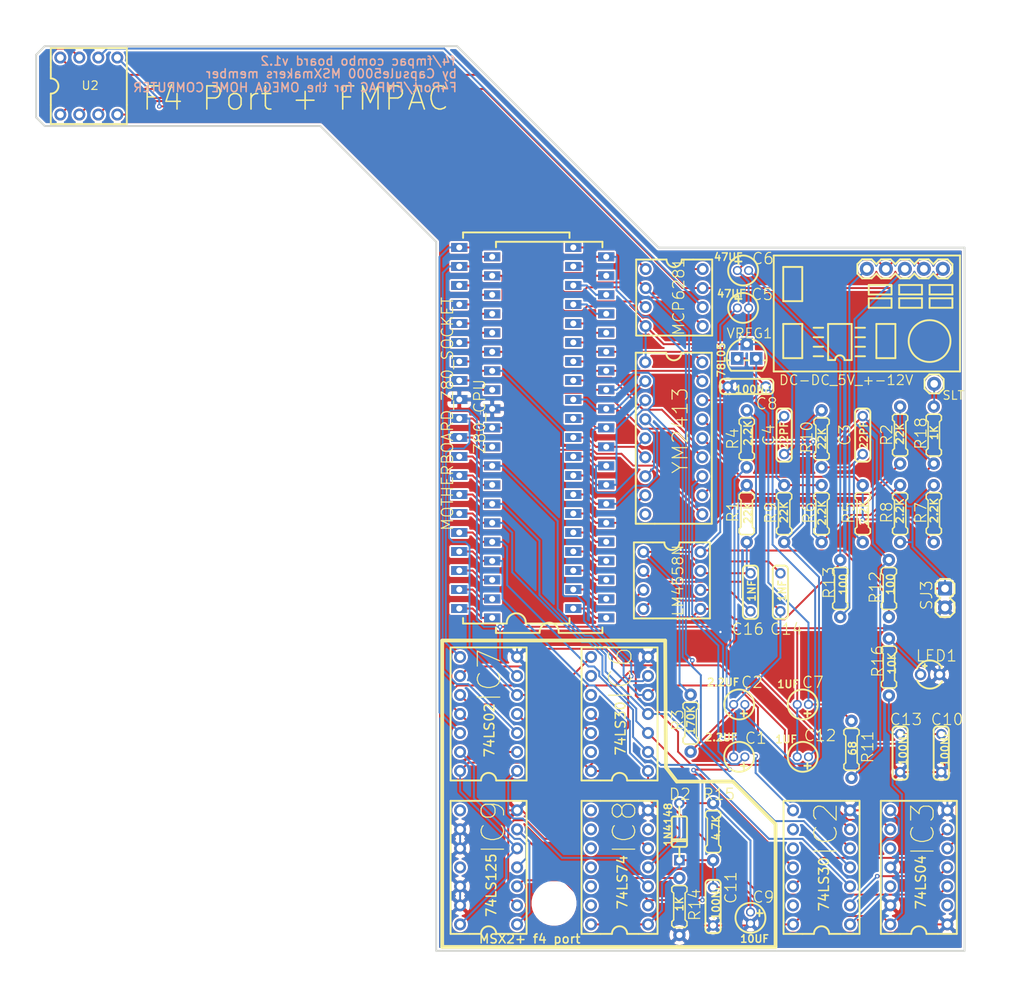
<source format=kicad_pcb>
(kicad_pcb (version 20171130) (host pcbnew 5.1.12-1.fc35)
  (layers (0 F.Cu signal) (31 B.Cu signal) (34 B.Paste user) (35 F.Paste user) (36 B.SilkS user) (37 F.SilkS user) (38 B.Mask user) (39 F.Mask user) (44 Edge.Cuts user))
  (net 0 "")
  (net 1 +12V)
  (net 2 +5V)
  (net 3 +5VREG)
  (net 4 -12V)
  (net 5 A0)
  (net 6 A1)
  (net 7 A10)
  (net 8 A11)
  (net 9 A12)
  (net 10 A13)
  (net 11 A14)
  (net 12 A15)
  (net 13 A2)
  (net 14 A3)
  (net 15 A4)
  (net 16 A5)
  (net 17 A6)
  (net 18 A7)
  (net 19 A8)
  (net 20 A9)
  (net 21 AMP)
  (net 22 BUSAK)
  (net 23 BUSRQ)
  (net 24 C1_-)
  (net 25 C2_+)
  (net 26 C2_-)
  (net 27 C3_2)
  (net 28 C4_1)
  (net 29 C5_+)
  (net 30 C6_-)
  (net 31 C7_+)
  (net 32 CLCK)
  (net 33 D0)
  (net 34 D1)
  (net 35 D2)
  (net 36 D3)
  (net 37 D4)
  (net 38 D5)
  (net 39 D6)
  (net 40 D7)
  (net 41 GND)
  (net 42 GND1)
  (net 43 HALT)
  (net 44 IC1_12)
  (net 45 IC1_14)
  (net 46 IC1_15)
  (net 47 IC1_9)
  (net 48 IC2_1)
  (net 49 IC2_12)
  (net 50 IC2_2)
  (net 51 IC3_10)
  (net 52 IC3_12)
  (net 53 IC3_2)
  (net 54 IC4_1)
  (net 55 IC4_6)
  (net 56 IC4_7)
  (net 57 IC6_11)
  (net 58 IC6_12)
  (net 59 IC6_8)
  (net 60 IC8_3)
  (net 61 IC8_4)
  (net 62 IC8_5)
  (net 63 IC8_6)
  (net 64 IC9_11)
  (net 65 IC9_4)
  (net 66 IC9_8)
  (net 67 INT)
  (net 68 IORQ)
  (net 69 LED1_1)
  (net 70 M1)
  (net 71 MREQ)
  (net 72 NMI)
  (net 73 R14_2)
  (net 74 RD)
  (net 75 RFSH)
  (net 76 RST)
  (net 77 SLT)
  (net 78 U48B_1)
  (net 79 U48B_3)
  (net 80 U48B_5)
  (net 81 U48B_6)
  (net 82 U48B_7)
  (net 83 U48B_8)
  (net 84 WAIT)
  (net 85 WR)
  (module "easyeda:1PIN_CONNECTOR PIN1 0X,0Y" (layer F.Cu) (at 189.232 78.983)
    (fp_text reference SLT (at 1.014 1.535) (layer F.SilkS) (effects (font (size 1.143 1.143) (thickness 0.152)) (justify left)))
    (fp_text value SLT hide)
    (pad 1 thru_hole circle (at 0 0) (size 1.88 1.88) (drill 1.016) (layers *.Cu *.Paste *.Mask) (net 77 SLT))
  )
  (module easyeda:DIP-8 (layer F.Cu) (at 154.483 72.532 270)
    (fp_text reference MCP6281 (at 0.112 -0.599 90) (layer F.SilkS) (effects (font (size 1.5 1.5) (thickness 0.152)) (justify left)))
    (fp_text value MCP6281 hide)
    (pad 1 thru_hole circle (at -8.89 3.81 270) (size 1.6 1.6) (drill 0.914) (layers *.Cu *.Paste *.Mask) (net 78 U48B_1))
    (pad 2 thru_hole circle (at -6.35 3.81 270) (size 1.6 1.6) (drill 0.914) (layers *.Cu *.Paste *.Mask) (net 21 AMP))
    (pad 3 thru_hole circle (at -3.81 3.81 270) (size 1.6 1.6) (drill 0.914) (layers *.Cu *.Paste *.Mask) (net 79 U48B_3))
    (pad 4 thru_hole circle (at -1.27 3.81 270) (size 1.6 1.6) (drill 0.914) (layers *.Cu *.Paste *.Mask) (net 42 GND1))
    (pad 5 thru_hole circle (at -1.27 -3.81 270) (size 1.6 1.6) (drill 0.914) (layers *.Cu *.Paste *.Mask) (net 80 U48B_5))
    (pad 6 thru_hole circle (at -3.81 -3.81 270) (size 1.6 1.6) (drill 0.914) (layers *.Cu *.Paste *.Mask) (net 81 U48B_6))
    (pad 7 thru_hole circle (at -6.35 -3.81 270) (size 1.6 1.6) (drill 0.914) (layers *.Cu *.Paste *.Mask) (net 82 U48B_7))
    (pad 8 thru_hole circle (at -8.89 -3.81 270) (size 1.6 1.6) (drill 0.914) (layers *.Cu *.Paste *.Mask) (net 83 U48B_8))
  )
  (module easyeda:DIL40 (layer F.Cu) (at 137.782 86.134 90)
    (fp_text reference MOTHERBOARD_Z80_SOCKET (at -12.599 -13.6 90) (layer F.SilkS) (effects (font (size 1.5 1.5) (thickness 0.152)) (justify left)))
    (fp_text value "DIP40 MB CONN" hide)
    (pad 31 thru_hole rect (at -1.27 -7.62 180) (size 2.159 1.199) (drill 0.798) (layers *.Cu *.Paste *.Mask) (net 6 A1))
    (pad 10 thru_hole rect (at -1.27 7.62 180) (size 2.159 1.199) (drill 0.798) (layers *.Cu *.Paste *.Mask) (net 39 D6))
    (pad 32 thru_hole rect (at -3.81 -7.62 180) (size 2.159 1.199) (drill 0.798) (layers *.Cu *.Paste *.Mask) (net 13 A2))
    (pad 33 thru_hole rect (at -6.35 -7.62 180) (size 2.159 1.199) (drill 0.798) (layers *.Cu *.Paste *.Mask) (net 14 A3))
    (pad 34 thru_hole rect (at -8.89 -7.62 180) (size 2.159 1.199) (drill 0.798) (layers *.Cu *.Paste *.Mask) (net 15 A4))
    (pad 35 thru_hole rect (at -11.43 -7.62 180) (size 2.159 1.199) (drill 0.798) (layers *.Cu *.Paste *.Mask) (net 16 A5))
    (pad 36 thru_hole rect (at -13.97 -7.62 180) (size 2.159 1.199) (drill 0.798) (layers *.Cu *.Paste *.Mask) (net 17 A6))
    (pad 37 thru_hole rect (at -16.51 -7.62 180) (size 2.159 1.199) (drill 0.798) (layers *.Cu *.Paste *.Mask) (net 18 A7))
    (pad 38 thru_hole rect (at -19.05 -7.62 180) (size 2.159 1.199) (drill 0.798) (layers *.Cu *.Paste *.Mask) (net 19 A8))
    (pad 39 thru_hole rect (at -21.59 -7.62 180) (size 2.159 1.199) (drill 0.798) (layers *.Cu *.Paste *.Mask) (net 20 A9))
    (pad 40 thru_hole rect (at -24.13 -7.62 180) (size 2.159 1.199) (drill 0.798) (layers *.Cu *.Paste *.Mask) (net 7 A10))
    (pad 9 thru_hole rect (at -3.81 7.62 180) (size 2.159 1.199) (drill 0.798) (layers *.Cu *.Paste *.Mask) (net 38 D5))
    (pad 8 thru_hole rect (at -6.35 7.62 180) (size 2.159 1.199) (drill 0.798) (layers *.Cu *.Paste *.Mask) (net 36 D3))
    (pad 7 thru_hole rect (at -8.89 7.62 180) (size 2.159 1.199) (drill 0.798) (layers *.Cu *.Paste *.Mask) (net 37 D4))
    (pad 6 thru_hole rect (at -11.43 7.62 180) (size 2.159 1.199) (drill 0.798) (layers *.Cu *.Paste *.Mask) (net 32 CLCK))
    (pad 5 thru_hole rect (at -13.97 7.62 180) (size 2.159 1.199) (drill 0.798) (layers *.Cu *.Paste *.Mask) (net 12 A15))
    (pad 4 thru_hole rect (at -16.51 7.62 180) (size 2.159 1.199) (drill 0.798) (layers *.Cu *.Paste *.Mask) (net 11 A14))
    (pad 3 thru_hole rect (at -19.05 7.62 180) (size 2.159 1.199) (drill 0.798) (layers *.Cu *.Paste *.Mask) (net 10 A13))
    (pad 2 thru_hole rect (at -21.59 7.62 180) (size 2.159 1.199) (drill 0.798) (layers *.Cu *.Paste *.Mask) (net 9 A12))
    (pad 1 thru_hole rect (at -24.13 7.62 180) (size 2.159 1.199) (drill 0.798) (layers *.Cu *.Paste *.Mask) (net 8 A11))
    (pad 30 thru_hole rect (at 1.27 -7.62 180) (size 2.159 1.199) (drill 0.798) (layers *.Cu *.Paste *.Mask) (net 5 A0))
    (pad 29 thru_hole rect (at 3.81 -7.62 180) (size 2.159 1.199) (drill 0.798) (layers *.Cu *.Paste *.Mask) (net 41 GND))
    (pad 28 thru_hole rect (at 6.35 -7.62 180) (size 2.159 1.199) (drill 0.798) (layers *.Cu *.Paste *.Mask) (net 75 RFSH))
    (pad 27 thru_hole rect (at 8.89 -7.62 180) (size 2.159 1.199) (drill 0.798) (layers *.Cu *.Paste *.Mask) (net 70 M1))
    (pad 26 thru_hole rect (at 11.43 -7.62 180) (size 2.159 1.199) (drill 0.798) (layers *.Cu *.Paste *.Mask) (net 76 RST))
    (pad 25 thru_hole rect (at 13.97 -7.62 180) (size 2.159 1.199) (drill 0.798) (layers *.Cu *.Paste *.Mask) (net 23 BUSRQ))
    (pad 24 thru_hole rect (at 16.51 -7.62 180) (size 2.159 1.199) (drill 0.798) (layers *.Cu *.Paste *.Mask) (net 84 WAIT))
    (pad 23 thru_hole rect (at 19.05 -7.62 180) (size 2.159 1.199) (drill 0.798) (layers *.Cu *.Paste *.Mask) (net 22 BUSAK))
    (pad 22 thru_hole rect (at 21.59 -7.62 180) (size 2.159 1.199) (drill 0.798) (layers *.Cu *.Paste *.Mask) (net 85 WR))
    (pad 21 thru_hole rect (at 24.13 -7.62 180) (size 2.159 1.199) (drill 0.798) (layers *.Cu *.Paste *.Mask) (net 74 RD))
    (pad 11 thru_hole rect (at 1.27 7.62 180) (size 2.159 1.199) (drill 0.798) (layers *.Cu *.Paste *.Mask) (net 2 +5V))
    (pad 12 thru_hole rect (at 3.81 7.62 180) (size 2.159 1.199) (drill 0.798) (layers *.Cu *.Paste *.Mask) (net 35 D2))
    (pad 13 thru_hole rect (at 6.35 7.62 180) (size 2.159 1.199) (drill 0.798) (layers *.Cu *.Paste *.Mask) (net 40 D7))
    (pad 14 thru_hole rect (at 8.89 7.62 180) (size 2.159 1.199) (drill 0.798) (layers *.Cu *.Paste *.Mask) (net 33 D0))
    (pad 15 thru_hole rect (at 11.43 7.62 180) (size 2.159 1.199) (drill 0.798) (layers *.Cu *.Paste *.Mask) (net 34 D1))
    (pad 16 thru_hole rect (at 13.97 7.62 180) (size 2.159 1.199) (drill 0.798) (layers *.Cu *.Paste *.Mask) (net 67 INT))
    (pad 17 thru_hole rect (at 16.51 7.62 180) (size 2.159 1.199) (drill 0.798) (layers *.Cu *.Paste *.Mask) (net 72 NMI))
    (pad 18 thru_hole rect (at 19.05 7.62 180) (size 2.159 1.199) (drill 0.798) (layers *.Cu *.Paste *.Mask) (net 43 HALT))
    (pad 19 thru_hole rect (at 21.59 7.62 180) (size 2.159 1.199) (drill 0.798) (layers *.Cu *.Paste *.Mask) (net 71 MREQ))
    (pad 20 thru_hole rect (at 24.13 7.62 180) (size 2.159 1.199) (drill 0.798) (layers *.Cu *.Paste *.Mask) (net 68 IORQ))
  )
  (module easyeda:DIP-18 (layer F.Cu) (at 154.432 84.983 270)
    (fp_text reference YM2413 (at 6.15 -0.85 90) (layer F.SilkS) (effects (font (size 2 2) (thickness 0.152)) (justify left)))
    (fp_text value YM2413 hide)
    (pad 1 thru_hole circle (at -8.89 3.81 270) (size 1.6 1.6) (drill 0.914) (layers *.Cu *.Paste *.Mask) (net 42 GND1))
    (pad 2 thru_hole circle (at -6.35 3.81 270) (size 1.6 1.6) (drill 0.914) (layers *.Cu *.Paste *.Mask) (net 35 D2))
    (pad 5 thru_hole circle (at 1.27 3.81 270) (size 1.6 1.6) (drill 0.914) (layers *.Cu *.Paste *.Mask) (net 38 D5))
    (pad 6 thru_hole circle (at 3.81 3.81 270) (size 1.6 1.6) (drill 0.914) (layers *.Cu *.Paste *.Mask) (net 39 D6))
    (pad 3 thru_hole circle (at -3.81 3.81 270) (size 1.6 1.6) (drill 0.914) (layers *.Cu *.Paste *.Mask) (net 36 D3))
    (pad 4 thru_hole circle (at -1.27 3.81 270) (size 1.6 1.6) (drill 0.914) (layers *.Cu *.Paste *.Mask) (net 37 D4))
    (pad 7 thru_hole circle (at 6.35 3.81 270) (size 1.6 1.6) (drill 0.914) (layers *.Cu *.Paste *.Mask) (net 40 D7))
    (pad 8 thru_hole circle (at 8.89 3.81 270) (size 1.6 1.6) (drill 0.914) (layers *.Cu *.Paste *.Mask) (net 32 CLCK))
    (pad 11 thru_hole circle (at 8.89 -3.81 270) (size 1.6 1.6) (drill 0.914) (layers *.Cu *.Paste *.Mask) (net 85 WR))
    (pad 12 thru_hole circle (at 6.35 -3.81 270) (size 1.6 1.6) (drill 0.914) (layers *.Cu *.Paste *.Mask) (net 44 IC1_12))
    (pad 13 thru_hole circle (at 3.81 -3.81 270) (size 1.6 1.6) (drill 0.914) (layers *.Cu *.Paste *.Mask) (net 76 RST))
    (pad 14 thru_hole circle (at 1.27 -3.81 270) (size 1.6 1.6) (drill 0.914) (layers *.Cu *.Paste *.Mask) (net 45 IC1_14))
    (pad 15 thru_hole circle (at -1.27 -3.81 270) (size 1.6 1.6) (drill 0.914) (layers *.Cu *.Paste *.Mask) (net 46 IC1_15))
    (pad 16 thru_hole circle (at -3.81 -3.81 270) (size 1.6 1.6) (drill 0.914) (layers *.Cu *.Paste *.Mask) (net 3 +5VREG))
    (pad 17 thru_hole circle (at -6.35 -3.81 270) (size 1.6 1.6) (drill 0.914) (layers *.Cu *.Paste *.Mask) (net 33 D0))
    (pad 18 thru_hole circle (at -8.89 -3.81 270) (size 1.6 1.6) (drill 0.914) (layers *.Cu *.Paste *.Mask) (net 34 D1))
    (pad 9 thru_hole circle (at 11.43 3.81 270) (size 1.6 1.6) (drill 0.914) (layers *.Cu *.Paste *.Mask) (net 47 IC1_9))
    (pad 10 thru_hole circle (at 11.43 -3.81 270) (size 1.6 1.6) (drill 0.914) (layers *.Cu *.Paste *.Mask) (net 5 A0))
  )
  (module easyeda:DIP-8 (layer F.Cu) (at 154.183 110.333 270)
    (fp_text reference LM4558N (at -0.199 -0.799 90) (layer F.SilkS) (effects (font (size 1.4 1.4) (thickness 0.152)) (justify left)))
    (fp_text value LM4558N hide)
    (pad 1 thru_hole circle (at -8.89 3.81 270) (size 1.6 1.6) (drill 0.914) (layers *.Cu *.Paste *.Mask) (net 54 IC4_1))
    (pad 2 thru_hole circle (at -6.35 3.81 270) (size 1.6 1.6) (drill 0.914) (layers *.Cu *.Paste *.Mask) (net 26 C2_-))
    (pad 3 thru_hole circle (at -3.81 3.81 270) (size 1.6 1.6) (drill 0.914) (layers *.Cu *.Paste *.Mask) (net 42 GND1))
    (pad 4 thru_hole circle (at -1.27 3.81 270) (size 1.6 1.6) (drill 0.914) (layers *.Cu *.Paste *.Mask) (net 30 C6_-))
    (pad 5 thru_hole circle (at -1.27 -3.81 270) (size 1.6 1.6) (drill 0.914) (layers *.Cu *.Paste *.Mask) (net 42 GND1))
    (pad 6 thru_hole circle (at -3.81 -3.81 270) (size 1.6 1.6) (drill 0.914) (layers *.Cu *.Paste *.Mask) (net 55 IC4_6))
    (pad 7 thru_hole circle (at -6.35 -3.81 270) (size 1.6 1.6) (drill 0.914) (layers *.Cu *.Paste *.Mask) (net 56 IC4_7))
    (pad 8 thru_hole circle (at -8.89 -3.81 270) (size 1.6 1.6) (drill 0.914) (layers *.Cu *.Paste *.Mask) (net 29 C5_+))
  )
  (module easyeda:DIL40 (layer F.Cu) (at 133.383 84.882 90)
    (fp_text reference Z80_CPU (at -3.551 -4.901 90) (layer F.SilkS) (effects (font (size 1.5 1.5) (thickness 0.152)) (justify left)))
    (fp_text value Z80 hide)
    (pad 31 thru_hole rect (at -1.27 -7.62 180) (size 2.159 1.199) (drill 0.798) (layers *.Cu *.Paste *.Mask) (net 6 A1))
    (pad 10 thru_hole rect (at -1.27 7.62 180) (size 2.159 1.199) (drill 0.798) (layers *.Cu *.Paste *.Mask) (net 39 D6))
    (pad 32 thru_hole rect (at -3.81 -7.62 180) (size 2.159 1.199) (drill 0.798) (layers *.Cu *.Paste *.Mask) (net 13 A2))
    (pad 33 thru_hole rect (at -6.35 -7.62 180) (size 2.159 1.199) (drill 0.798) (layers *.Cu *.Paste *.Mask) (net 14 A3))
    (pad 34 thru_hole rect (at -8.89 -7.62 180) (size 2.159 1.199) (drill 0.798) (layers *.Cu *.Paste *.Mask) (net 15 A4))
    (pad 35 thru_hole rect (at -11.43 -7.62 180) (size 2.159 1.199) (drill 0.798) (layers *.Cu *.Paste *.Mask) (net 16 A5))
    (pad 36 thru_hole rect (at -13.97 -7.62 180) (size 2.159 1.199) (drill 0.798) (layers *.Cu *.Paste *.Mask) (net 17 A6))
    (pad 37 thru_hole rect (at -16.51 -7.62 180) (size 2.159 1.199) (drill 0.798) (layers *.Cu *.Paste *.Mask) (net 18 A7))
    (pad 38 thru_hole rect (at -19.05 -7.62 180) (size 2.159 1.199) (drill 0.798) (layers *.Cu *.Paste *.Mask) (net 19 A8))
    (pad 39 thru_hole rect (at -21.59 -7.62 180) (size 2.159 1.199) (drill 0.798) (layers *.Cu *.Paste *.Mask) (net 20 A9))
    (pad 40 thru_hole rect (at -24.13 -7.62 180) (size 2.159 1.199) (drill 0.798) (layers *.Cu *.Paste *.Mask) (net 7 A10))
    (pad 9 thru_hole rect (at -3.81 7.62 180) (size 2.159 1.199) (drill 0.798) (layers *.Cu *.Paste *.Mask) (net 38 D5))
    (pad 8 thru_hole rect (at -6.35 7.62 180) (size 2.159 1.199) (drill 0.798) (layers *.Cu *.Paste *.Mask) (net 36 D3))
    (pad 7 thru_hole rect (at -8.89 7.62 180) (size 2.159 1.199) (drill 0.798) (layers *.Cu *.Paste *.Mask) (net 37 D4))
    (pad 6 thru_hole rect (at -11.43 7.62 180) (size 2.159 1.199) (drill 0.798) (layers *.Cu *.Paste *.Mask) (net 32 CLCK))
    (pad 5 thru_hole rect (at -13.97 7.62 180) (size 2.159 1.199) (drill 0.798) (layers *.Cu *.Paste *.Mask) (net 12 A15))
    (pad 4 thru_hole rect (at -16.51 7.62 180) (size 2.159 1.199) (drill 0.798) (layers *.Cu *.Paste *.Mask) (net 11 A14))
    (pad 3 thru_hole rect (at -19.05 7.62 180) (size 2.159 1.199) (drill 0.798) (layers *.Cu *.Paste *.Mask) (net 10 A13))
    (pad 2 thru_hole rect (at -21.59 7.62 180) (size 2.159 1.199) (drill 0.798) (layers *.Cu *.Paste *.Mask) (net 9 A12))
    (pad 1 thru_hole rect (at -24.13 7.62 180) (size 2.159 1.199) (drill 0.798) (layers *.Cu *.Paste *.Mask) (net 8 A11))
    (pad 30 thru_hole rect (at 1.27 -7.62 180) (size 2.159 1.199) (drill 0.798) (layers *.Cu *.Paste *.Mask) (net 5 A0))
    (pad 29 thru_hole rect (at 3.81 -7.62 180) (size 2.159 1.199) (drill 0.798) (layers *.Cu *.Paste *.Mask) (net 41 GND))
    (pad 28 thru_hole rect (at 6.35 -7.62 180) (size 2.159 1.199) (drill 0.798) (layers *.Cu *.Paste *.Mask) (net 75 RFSH))
    (pad 27 thru_hole rect (at 8.89 -7.62 180) (size 2.159 1.199) (drill 0.798) (layers *.Cu *.Paste *.Mask) (net 70 M1))
    (pad 26 thru_hole rect (at 11.43 -7.62 180) (size 2.159 1.199) (drill 0.798) (layers *.Cu *.Paste *.Mask) (net 76 RST))
    (pad 25 thru_hole rect (at 13.97 -7.62 180) (size 2.159 1.199) (drill 0.798) (layers *.Cu *.Paste *.Mask) (net 23 BUSRQ))
    (pad 24 thru_hole rect (at 16.51 -7.62 180) (size 2.159 1.199) (drill 0.798) (layers *.Cu *.Paste *.Mask) (net 84 WAIT))
    (pad 23 thru_hole rect (at 19.05 -7.62 180) (size 2.159 1.199) (drill 0.798) (layers *.Cu *.Paste *.Mask) (net 22 BUSAK))
    (pad 22 thru_hole rect (at 21.59 -7.62 180) (size 2.159 1.199) (drill 0.798) (layers *.Cu *.Paste *.Mask) (net 85 WR))
    (pad 21 thru_hole rect (at 24.13 -7.62 180) (size 2.159 1.199) (drill 0.798) (layers *.Cu *.Paste *.Mask) (net 74 RD))
    (pad 11 thru_hole rect (at 1.27 7.62 180) (size 2.159 1.199) (drill 0.798) (layers *.Cu *.Paste *.Mask) (net 2 +5V))
    (pad 12 thru_hole rect (at 3.81 7.62 180) (size 2.159 1.199) (drill 0.798) (layers *.Cu *.Paste *.Mask) (net 35 D2))
    (pad 13 thru_hole rect (at 6.35 7.62 180) (size 2.159 1.199) (drill 0.798) (layers *.Cu *.Paste *.Mask) (net 40 D7))
    (pad 14 thru_hole rect (at 8.89 7.62 180) (size 2.159 1.199) (drill 0.798) (layers *.Cu *.Paste *.Mask) (net 33 D0))
    (pad 15 thru_hole rect (at 11.43 7.62 180) (size 2.159 1.199) (drill 0.798) (layers *.Cu *.Paste *.Mask) (net 34 D1))
    (pad 16 thru_hole rect (at 13.97 7.62 180) (size 2.159 1.199) (drill 0.798) (layers *.Cu *.Paste *.Mask) (net 67 INT))
    (pad 17 thru_hole rect (at 16.51 7.62 180) (size 2.159 1.199) (drill 0.798) (layers *.Cu *.Paste *.Mask) (net 72 NMI))
    (pad 18 thru_hole rect (at 19.05 7.62 180) (size 2.159 1.199) (drill 0.798) (layers *.Cu *.Paste *.Mask) (net 43 HALT))
    (pad 19 thru_hole rect (at 21.59 7.62 180) (size 2.159 1.199) (drill 0.798) (layers *.Cu *.Paste *.Mask) (net 71 MREQ))
    (pad 20 thru_hole rect (at 24.13 7.62 180) (size 2.159 1.199) (drill 0.798) (layers *.Cu *.Paste *.Mask) (net 68 IORQ))
  )
  (module "easyeda:DC-DC 5V +-12V" (layer F.Cu) (at 192.682 61.834 180)
    (fp_text reference DC-DC_5V_+-12V (at 24.28 -16.652) (layer F.SilkS) (effects (font (size 1.3 1.3) (thickness 0.152)) (justify left)))
    (fp_text value "dc-dc 5v +-12v" hide)
    (pad 2 thru_hole circle (at 4.826 -1.778 180) (size 1.88 1.88) (drill 1.016) (layers *.Cu *.Paste *.Mask) (net 42 GND1))
    (pad 3 thru_hole circle (at 7.366 -1.778 180) (size 1.88 1.88) (drill 1.016) (layers *.Cu *.Paste *.Mask) (net 1 +12V))
    (pad 1 thru_hole circle (at 2.286 -1.778 180) (size 1.88 1.88) (drill 1.016) (layers *.Cu *.Paste *.Mask) (net 82 U48B_7))
    (pad 4 thru_hole circle (at 9.906 -1.778 180) (size 1.88 1.88) (drill 1.016) (layers *.Cu *.Paste *.Mask) (net 42 GND1))
    (pad 5 thru_hole circle (at 12.446 -1.778 180) (size 1.88 1.88) (drill 1.016) (layers *.Cu *.Paste *.Mask) (net 4 -12V))
  )
  (module easyeda:TO92 (layer F.Cu) (at 164.182 74.633)
    (fp_text reference VREG1 (at -2.8 -2.4) (layer F.SilkS) (effects (font (size 1.3 1.3) (thickness 0.152)) (justify left)))
    (fp_text value 7805L hide)
    (pad 1 thru_hole rect (at -1.27 0.953) (size 1.676 1.676) (drill 0.813) (layers *.Cu *.Paste *.Mask) (net 3 +5VREG))
    (pad 2 thru_hole rect (at 0 -0.952) (size 1.676 1.676) (drill 0.813) (layers *.Cu *.Paste *.Mask) (net 42 GND1))
    (pad 3 thru_hole rect (at 1.27 0.953) (size 1.676 1.676) (drill 0.813) (layers *.Cu *.Paste *.Mask) (net 31 C7_+))
  )
  (module easyeda:DIP-8 (layer F.Cu) (at 81.332 39.183)
    (fp_text reference U2 (at -6.148 -0.067) (layer F.SilkS) (effects (font (size 1.143 1.143) (thickness 0.152)) (justify left)))
    (fp_text value "SOCKET DIP" hide)
    (pad 1 thru_hole circle (at -8.89 3.81) (size 1.6 1.6) (drill 0.914) (layers *.Cu *.Paste *.Mask) (net 78 U48B_1))
    (pad 2 thru_hole circle (at -6.35 3.81) (size 1.6 1.6) (drill 0.914) (layers *.Cu *.Paste *.Mask) (net 21 AMP))
    (pad 3 thru_hole circle (at -3.81 3.81) (size 1.6 1.6) (drill 0.914) (layers *.Cu *.Paste *.Mask) (net 79 U48B_3))
    (pad 4 thru_hole circle (at -1.27 3.81) (size 1.6 1.6) (drill 0.914) (layers *.Cu *.Paste *.Mask) (net 42 GND1))
    (pad 5 thru_hole circle (at -1.27 -3.81) (size 1.6 1.6) (drill 0.914) (layers *.Cu *.Paste *.Mask) (net 80 U48B_5))
    (pad 6 thru_hole circle (at -3.81 -3.81) (size 1.6 1.6) (drill 0.914) (layers *.Cu *.Paste *.Mask) (net 81 U48B_6))
    (pad 7 thru_hole circle (at -6.35 -3.81) (size 1.6 1.6) (drill 0.914) (layers *.Cu *.Paste *.Mask) (net 82 U48B_7))
    (pad 8 thru_hole circle (at -8.89 -3.81) (size 1.6 1.6) (drill 0.914) (layers *.Cu *.Paste *.Mask) (net 83 U48B_8))
  )
  (module easyeda:LED-TH_BD3.8-P2.54-FD (layer F.Cu) (at 188.682 117.833)
    (fp_text reference LED1 (at -2 -2.5) (layer F.SilkS) (effects (font (size 1.5 1.5) (thickness 0.152)) (justify left)))
    (fp_text value "LED 3MM" hide)
    (pad 2 thru_hole circle (at 1.27 0) (size 1.524 1.524) (drill 0.9) (layers *.Cu *.Paste *.Mask) (net 41 GND))
    (pad 1 thru_hole circle (at -1.27 0) (size 1.524 1.524) (drill 0.9) (layers *.Cu *.Paste *.Mask) (net 69 LED1_1))
  )
  (module easyeda:DIP-14 (layer F.Cu) (at 129.682 121.833 90)
    (fp_text reference IC7 (at 0.167 0.112 90) (layer F.SilkS) (effects (font (size 3 3) (thickness 0.152)) (justify left)))
    (fp_text value 74LS02D hide)
    (pad 1 thru_hole circle (at -8.89 3.81 90) (size 1.6 1.6) (drill 0.914) (layers *.Cu *.Paste *.Mask) (net 60 IC8_3))
    (pad 2 thru_hole circle (at -6.35 3.81 90) (size 1.6 1.6) (drill 0.914) (layers *.Cu *.Paste *.Mask) (net 59 IC6_8))
    (pad 5 thru_hole circle (at 1.27 3.81 90) (size 1.6 1.6) (drill 0.914) (layers *.Cu *.Paste *.Mask) (net 14 A3))
    (pad 6 thru_hole circle (at 3.81 3.81 90) (size 1.6 1.6) (drill 0.914) (layers *.Cu *.Paste *.Mask) (net 6 A1))
    (pad 3 thru_hole circle (at -3.81 3.81 90) (size 1.6 1.6) (drill 0.914) (layers *.Cu *.Paste *.Mask) (net 85 WR))
    (pad 4 thru_hole circle (at -1.27 3.81 90) (size 1.6 1.6) (drill 0.914) (layers *.Cu *.Paste *.Mask) (net 57 IC6_11))
    (pad 7 thru_hole circle (at 6.35 3.81 90) (size 1.6 1.6) (drill 0.914) (layers *.Cu *.Paste *.Mask) (net 41 GND))
    (pad 8 thru_hole circle (at 6.35 -3.81 90) (size 1.6 1.6) (drill 0.914) (layers *.Cu *.Paste *.Mask) (net 5 A0))
    (pad 9 thru_hole circle (at 3.81 -3.81 90) (size 1.6 1.6) (drill 0.914) (layers *.Cu *.Paste *.Mask) (net 68 IORQ))
    (pad 10 thru_hole circle (at 1.27 -3.81 90) (size 1.6 1.6) (drill 0.914) (layers *.Cu *.Paste *.Mask) (net 58 IC6_12))
    (pad 11 thru_hole circle (at -1.27 -3.81 90) (size 1.6 1.6) (drill 0.914) (layers *.Cu *.Paste *.Mask) (net 59 IC6_8))
    (pad 12 thru_hole circle (at -3.81 -3.81 90) (size 1.6 1.6) (drill 0.914) (layers *.Cu *.Paste *.Mask) (net 74 RD))
    (pad 13 thru_hole circle (at -6.35 -3.81 90) (size 1.6 1.6) (drill 0.914) (layers *.Cu *.Paste *.Mask) (net 65 IC9_4))
    (pad 14 thru_hole circle (at -8.89 -3.81 90) (size 1.6 1.6) (drill 0.914) (layers *.Cu *.Paste *.Mask) (net 2 +5V))
  )
  (module easyeda:DIP-14 (layer F.Cu) (at 187.182 142.333 90)
    (fp_text reference IC3 (at 0.093 0.524 90) (layer F.SilkS) (effects (font (size 3 3) (thickness 0.152)) (justify left)))
    (fp_text value 74LS04D hide)
    (pad 1 thru_hole circle (at -8.89 3.81 90) (size 1.6 1.6) (drill 0.914) (layers *.Cu *.Paste *.Mask) (net 41 GND))
    (pad 2 thru_hole circle (at -6.35 3.81 90) (size 1.6 1.6) (drill 0.914) (layers *.Cu *.Paste *.Mask) (net 53 IC3_2))
    (pad 5 thru_hole circle (at 1.27 3.81 90) (size 1.6 1.6) (drill 0.914) (layers *.Cu *.Paste *.Mask) (net 6 A1))
    (pad 6 thru_hole circle (at 3.81 3.81 90) (size 1.6 1.6) (drill 0.914) (layers *.Cu *.Paste *.Mask) (net 49 IC2_12))
    (pad 3 thru_hole circle (at -3.81 3.81 90) (size 1.6 1.6) (drill 0.914) (layers *.Cu *.Paste *.Mask) (net 18 A7))
    (pad 4 thru_hole circle (at -1.27 3.81 90) (size 1.6 1.6) (drill 0.914) (layers *.Cu *.Paste *.Mask) (net 50 IC2_2))
    (pad 7 thru_hole circle (at 6.35 3.81 90) (size 1.6 1.6) (drill 0.914) (layers *.Cu *.Paste *.Mask) (net 41 GND))
    (pad 8 thru_hole circle (at 6.35 -3.81 90) (size 1.6 1.6) (drill 0.914) (layers *.Cu *.Paste *.Mask) (net 48 IC2_1))
    (pad 9 thru_hole circle (at 3.81 -3.81 90) (size 1.6 1.6) (drill 0.914) (layers *.Cu *.Paste *.Mask) (net 68 IORQ))
    (pad 10 thru_hole circle (at 1.27 -3.81 90) (size 1.6 1.6) (drill 0.914) (layers *.Cu *.Paste *.Mask) (net 51 IC3_10))
    (pad 11 thru_hole circle (at -1.27 -3.81 90) (size 1.6 1.6) (drill 0.914) (layers *.Cu *.Paste *.Mask) (net 41 GND))
    (pad 12 thru_hole circle (at -3.81 -3.81 90) (size 1.6 1.6) (drill 0.914) (layers *.Cu *.Paste *.Mask) (net 52 IC3_12))
    (pad 13 thru_hole circle (at -6.35 -3.81 90) (size 1.6 1.6) (drill 0.914) (layers *.Cu *.Paste *.Mask) (net 41 GND))
    (pad 14 thru_hole circle (at -8.89 -3.81 90) (size 1.6 1.6) (drill 0.914) (layers *.Cu *.Paste *.Mask) (net 2 +5V))
  )
  (module easyeda:DIP-14 (layer F.Cu) (at 147.182 121.833 90)
    (fp_text reference IC6 (at 0.421 0.138 90) (layer F.SilkS) (effects (font (size 3 3) (thickness 0.152)) (justify left)))
    (fp_text value 74LS30D hide)
    (pad 1 thru_hole circle (at -8.89 3.81 90) (size 1.6 1.6) (drill 0.914) (layers *.Cu *.Paste *.Mask) (net 18 A7))
    (pad 2 thru_hole circle (at -6.35 3.81 90) (size 1.6 1.6) (drill 0.914) (layers *.Cu *.Paste *.Mask) (net 17 A6))
    (pad 5 thru_hole circle (at 1.27 3.81 90) (size 1.6 1.6) (drill 0.914) (layers *.Cu *.Paste *.Mask) (net 13 A2))
    (pad 6 thru_hole circle (at 3.81 3.81 90) (size 1.6 1.6) (drill 0.914) (layers *.Cu *.Paste *.Mask) (net 70 M1))
    (pad 3 thru_hole circle (at -3.81 3.81 90) (size 1.6 1.6) (drill 0.914) (layers *.Cu *.Paste *.Mask) (net 16 A5))
    (pad 4 thru_hole circle (at -1.27 3.81 90) (size 1.6 1.6) (drill 0.914) (layers *.Cu *.Paste *.Mask) (net 15 A4))
    (pad 7 thru_hole circle (at 6.35 3.81 90) (size 1.6 1.6) (drill 0.914) (layers *.Cu *.Paste *.Mask) (net 41 GND))
    (pad 8 thru_hole circle (at 6.35 -3.81 90) (size 1.6 1.6) (drill 0.914) (layers *.Cu *.Paste *.Mask) (net 59 IC6_8))
    (pad 9 thru_hole circle (at 3.81 -3.81 90) (size 1.6 1.6) (drill 0.914) (layers *.Cu *.Paste *.Mask))
    (pad 10 thru_hole circle (at 1.27 -3.81 90) (size 1.6 1.6) (drill 0.914) (layers *.Cu *.Paste *.Mask))
    (pad 11 thru_hole circle (at -1.27 -3.81 90) (size 1.6 1.6) (drill 0.914) (layers *.Cu *.Paste *.Mask) (net 57 IC6_11))
    (pad 12 thru_hole circle (at -3.81 -3.81 90) (size 1.6 1.6) (drill 0.914) (layers *.Cu *.Paste *.Mask) (net 58 IC6_12))
    (pad 13 thru_hole circle (at -6.35 -3.81 90) (size 1.6 1.6) (drill 0.914) (layers *.Cu *.Paste *.Mask))
    (pad 14 thru_hole circle (at -8.89 -3.81 90) (size 1.6 1.6) (drill 0.914) (layers *.Cu *.Paste *.Mask) (net 2 +5V))
  )
  (module easyeda:DIP-14 (layer F.Cu) (at 147.182 142.333 90)
    (fp_text reference IC8 (at 0.347 0.646 90) (layer F.SilkS) (effects (font (size 3 3) (thickness 0.152)) (justify left)))
    (fp_text value 74LS74D hide)
    (pad 1 thru_hole circle (at -8.89 3.81 90) (size 1.6 1.6) (drill 0.914) (layers *.Cu *.Paste *.Mask) (net 2 +5V))
    (pad 2 thru_hole circle (at -6.35 3.81 90) (size 1.6 1.6) (drill 0.914) (layers *.Cu *.Paste *.Mask) (net 40 D7))
    (pad 5 thru_hole circle (at 1.27 3.81 90) (size 1.6 1.6) (drill 0.914) (layers *.Cu *.Paste *.Mask) (net 62 IC8_5))
    (pad 6 thru_hole circle (at 3.81 3.81 90) (size 1.6 1.6) (drill 0.914) (layers *.Cu *.Paste *.Mask) (net 63 IC8_6))
    (pad 3 thru_hole circle (at -3.81 3.81 90) (size 1.6 1.6) (drill 0.914) (layers *.Cu *.Paste *.Mask) (net 60 IC8_3))
    (pad 4 thru_hole circle (at -1.27 3.81 90) (size 1.6 1.6) (drill 0.914) (layers *.Cu *.Paste *.Mask) (net 61 IC8_4))
    (pad 7 thru_hole circle (at 6.35 3.81 90) (size 1.6 1.6) (drill 0.914) (layers *.Cu *.Paste *.Mask) (net 41 GND))
    (pad 8 thru_hole circle (at 6.35 -3.81 90) (size 1.6 1.6) (drill 0.914) (layers *.Cu *.Paste *.Mask))
    (pad 9 thru_hole circle (at 3.81 -3.81 90) (size 1.6 1.6) (drill 0.914) (layers *.Cu *.Paste *.Mask))
    (pad 10 thru_hole circle (at 1.27 -3.81 90) (size 1.6 1.6) (drill 0.914) (layers *.Cu *.Paste *.Mask))
    (pad 11 thru_hole circle (at -1.27 -3.81 90) (size 1.6 1.6) (drill 0.914) (layers *.Cu *.Paste *.Mask))
    (pad 12 thru_hole circle (at -3.81 -3.81 90) (size 1.6 1.6) (drill 0.914) (layers *.Cu *.Paste *.Mask))
    (pad 13 thru_hole circle (at -6.35 -3.81 90) (size 1.6 1.6) (drill 0.914) (layers *.Cu *.Paste *.Mask))
    (pad 14 thru_hole circle (at -8.89 -3.81 90) (size 1.6 1.6) (drill 0.914) (layers *.Cu *.Paste *.Mask) (net 2 +5V))
  )
  (module easyeda:DIP-14 (layer F.Cu) (at 129.682 142.333 90)
    (fp_text reference IC9 (at 0.347 0.62 90) (layer F.SilkS) (effects (font (size 3 3) (thickness 0.152)) (justify left)))
    (fp_text value 74LS125D hide)
    (pad 1 thru_hole circle (at -8.89 3.81 90) (size 1.6 1.6) (drill 0.914) (layers *.Cu *.Paste *.Mask) (net 73 R14_2))
    (pad 2 thru_hole circle (at -6.35 3.81 90) (size 1.6 1.6) (drill 0.914) (layers *.Cu *.Paste *.Mask) (net 62 IC8_5))
    (pad 5 thru_hole circle (at 1.27 3.81 90) (size 1.6 1.6) (drill 0.914) (layers *.Cu *.Paste *.Mask) (net 2 +5V))
    (pad 6 thru_hole circle (at 3.81 3.81 90) (size 1.6 1.6) (drill 0.914) (layers *.Cu *.Paste *.Mask) (net 73 R14_2))
    (pad 3 thru_hole circle (at -3.81 3.81 90) (size 1.6 1.6) (drill 0.914) (layers *.Cu *.Paste *.Mask) (net 40 D7))
    (pad 4 thru_hole circle (at -1.27 3.81 90) (size 1.6 1.6) (drill 0.914) (layers *.Cu *.Paste *.Mask) (net 65 IC9_4))
    (pad 7 thru_hole circle (at 6.35 3.81 90) (size 1.6 1.6) (drill 0.914) (layers *.Cu *.Paste *.Mask) (net 41 GND))
    (pad 8 thru_hole circle (at 6.35 -3.81 90) (size 1.6 1.6) (drill 0.914) (layers *.Cu *.Paste *.Mask) (net 66 IC9_8))
    (pad 9 thru_hole circle (at 3.81 -3.81 90) (size 1.6 1.6) (drill 0.914) (layers *.Cu *.Paste *.Mask) (net 41 GND))
    (pad 10 thru_hole circle (at 1.27 -3.81 90) (size 1.6 1.6) (drill 0.914) (layers *.Cu *.Paste *.Mask) (net 41 GND))
    (pad 11 thru_hole circle (at -1.27 -3.81 90) (size 1.6 1.6) (drill 0.914) (layers *.Cu *.Paste *.Mask) (net 64 IC9_11))
    (pad 12 thru_hole circle (at -3.81 -3.81 90) (size 1.6 1.6) (drill 0.914) (layers *.Cu *.Paste *.Mask) (net 41 GND))
    (pad 13 thru_hole circle (at -6.35 -3.81 90) (size 1.6 1.6) (drill 0.914) (layers *.Cu *.Paste *.Mask) (net 41 GND))
    (pad 14 thru_hole circle (at -8.89 -3.81 90) (size 1.6 1.6) (drill 0.914) (layers *.Cu *.Paste *.Mask) (net 2 +5V))
  )
  (module easyeda:DIP-14 (layer F.Cu) (at 174.182 142.333 90)
    (fp_text reference IC2 (at 0.093 0.57 90) (layer F.SilkS) (effects (font (size 3 3) (thickness 0.152)) (justify left)))
    (fp_text value 74LS30D hide)
    (pad 1 thru_hole circle (at -8.89 3.81 90) (size 1.6 1.6) (drill 0.914) (layers *.Cu *.Paste *.Mask) (net 48 IC2_1))
    (pad 2 thru_hole circle (at -6.35 3.81 90) (size 1.6 1.6) (drill 0.914) (layers *.Cu *.Paste *.Mask) (net 50 IC2_2))
    (pad 5 thru_hole circle (at 1.27 3.81 90) (size 1.6 1.6) (drill 0.914) (layers *.Cu *.Paste *.Mask) (net 14 A3))
    (pad 6 thru_hole circle (at 3.81 3.81 90) (size 1.6 1.6) (drill 0.914) (layers *.Cu *.Paste *.Mask) (net 13 A2))
    (pad 3 thru_hole circle (at -3.81 3.81 90) (size 1.6 1.6) (drill 0.914) (layers *.Cu *.Paste *.Mask) (net 17 A6))
    (pad 4 thru_hole circle (at -1.27 3.81 90) (size 1.6 1.6) (drill 0.914) (layers *.Cu *.Paste *.Mask) (net 15 A4))
    (pad 7 thru_hole circle (at 6.35 3.81 90) (size 1.6 1.6) (drill 0.914) (layers *.Cu *.Paste *.Mask) (net 41 GND))
    (pad 8 thru_hole circle (at 6.35 -3.81 90) (size 1.6 1.6) (drill 0.914) (layers *.Cu *.Paste *.Mask) (net 44 IC1_12))
    (pad 9 thru_hole circle (at 3.81 -3.81 90) (size 1.6 1.6) (drill 0.914) (layers *.Cu *.Paste *.Mask))
    (pad 10 thru_hole circle (at 1.27 -3.81 90) (size 1.6 1.6) (drill 0.914) (layers *.Cu *.Paste *.Mask))
    (pad 11 thru_hole circle (at -1.27 -3.81 90) (size 1.6 1.6) (drill 0.914) (layers *.Cu *.Paste *.Mask) (net 16 A5))
    (pad 12 thru_hole circle (at -3.81 -3.81 90) (size 1.6 1.6) (drill 0.914) (layers *.Cu *.Paste *.Mask) (net 49 IC2_12))
    (pad 13 thru_hole circle (at -6.35 -3.81 90) (size 1.6 1.6) (drill 0.914) (layers *.Cu *.Paste *.Mask))
    (pad 14 thru_hole circle (at -8.89 -3.81 90) (size 1.6 1.6) (drill 0.914) (layers *.Cu *.Paste *.Mask) (net 2 +5V))
  )
  (module "easyeda:CAPACITOR ELECTROLITYC 10UF" (layer F.Cu) (at 163.182 128.833 180)
    (fp_text reference C1 (at -0.648 2.5) (layer F.SilkS) (effects (font (size 1.5 1.5) (thickness 0.152)) (justify left)))
    (fp_text value 2.2uF25v hide)
    (pad - thru_hole circle (at 0.751 0 270) (size 1.2 1.2) (drill 0.8) (layers *.Cu *.Paste *.Mask) (net 24 C1_-))
    (pad + thru_hole circle (at -0.751 0 270) (size 1.2 1.2) (drill 0.8) (layers *.Cu *.Paste *.Mask) (net 21 AMP))
  )
  (module "easyeda:RESISTOR 1_4W" (layer F.Cu) (at 178.182 127.833 270)
    (fp_text reference R11 (at 1.961 -2.158 90) (layer F.SilkS) (effects (font (size 1.5 1.5) (thickness 0.152)) (justify left)))
    (fp_text value 68 hide)
    (pad 1 thru_hole circle (at -3.81 0 270) (size 1.651 1.651) (drill 0.813) (layers *.Cu *.Paste *.Mask) (net 31 C7_+))
    (pad 2 thru_hole circle (at 3.81 0 270) (size 1.651 1.651) (drill 0.813) (layers *.Cu *.Paste *.Mask) (net 1 +12V))
  )
  (module "easyeda:RESISTOR 1_4W" (layer F.Cu) (at 176.682 106.333 270)
    (fp_text reference R13 (at 1.5 1.5 90) (layer F.SilkS) (effects (font (size 1.5 1.5) (thickness 0.152)) (justify left)))
    (fp_text value 100 hide)
    (pad 1 thru_hole circle (at -3.81 0 270) (size 1.651 1.651) (drill 0.813) (layers *.Cu *.Paste *.Mask) (net 30 C6_-))
    (pad 2 thru_hole circle (at 3.81 0 270) (size 1.651 1.651) (drill 0.813) (layers *.Cu *.Paste *.Mask) (net 4 -12V))
  )
  (module "easyeda:RESISTOR 1_4W" (layer F.Cu) (at 156.682 124.333 90)
    (fp_text reference R3 (at -1.143 -1.742 90) (layer F.SilkS) (effects (font (size 1.5 1.5) (thickness 0.152)) (justify left)))
    (fp_text value 170k hide)
    (pad 1 thru_hole circle (at -3.81 0 90) (size 1.651 1.651) (drill 0.813) (layers *.Cu *.Paste *.Mask) (net 26 C2_-))
    (pad 2 thru_hole circle (at 3.81 0 90) (size 1.651 1.651) (drill 0.813) (layers *.Cu *.Paste *.Mask) (net 54 IC4_1))
  )
  (module "easyeda:RESISTOR 1_4W" (layer F.Cu) (at 184.682 85.833 90)
    (fp_text reference R2 (at -1.543 -1.802 90) (layer F.SilkS) (effects (font (size 1.5 1.5) (thickness 0.152)) (justify left)))
    (fp_text value 22k hide)
    (pad 1 thru_hole circle (at -3.81 0 90) (size 1.651 1.651) (drill 0.813) (layers *.Cu *.Paste *.Mask) (net 55 IC4_6))
    (pad 2 thru_hole circle (at 3.81 0 90) (size 1.651 1.651) (drill 0.813) (layers *.Cu *.Paste *.Mask) (net 54 IC4_1))
  )
  (module "easyeda:RESISTOR 1_4W" (layer F.Cu) (at 164.182 96.333 270)
    (fp_text reference R1 (at 1.3 1.876 90) (layer F.SilkS) (effects (font (size 1.5 1.5) (thickness 0.152)) (justify left)))
    (fp_text value 22k hide)
    (pad 1 thru_hole circle (at -3.81 0 270) (size 1.651 1.651) (drill 0.813) (layers *.Cu *.Paste *.Mask) (net 55 IC4_6))
    (pad 2 thru_hole circle (at 3.81 0 270) (size 1.651 1.651) (drill 0.813) (layers *.Cu *.Paste *.Mask) (net 56 IC4_7))
  )
  (module "easyeda:RESISTOR 1_4W" (layer F.Cu) (at 164.182 86.333 270)
    (fp_text reference R4 (at 1.551 1.876 90) (layer F.SilkS) (effects (font (size 1.5 1.5) (thickness 0.152)) (justify left)))
    (fp_text value 4.7k hide)
    (pad 1 thru_hole circle (at -3.81 0 270) (size 1.651 1.651) (drill 0.813) (layers *.Cu *.Paste *.Mask) (net 56 IC4_7))
    (pad 2 thru_hole circle (at 3.81 0 270) (size 1.651 1.651) (drill 0.813) (layers *.Cu *.Paste *.Mask) (net 24 C1_-))
  )
  (module "easyeda:RESISTOR 1_4W" (layer F.Cu) (at 179.682 96.333 270)
    (fp_text reference R5 (at 1.457 1.882 90) (layer F.SilkS) (effects (font (size 1.5 1.5) (thickness 0.152)) (justify left)))
    (fp_text value 2.2k hide)
    (pad 1 thru_hole circle (at -3.81 0 270) (size 1.651 1.651) (drill 0.813) (layers *.Cu *.Paste *.Mask) (net 45 IC1_14))
    (pad 2 thru_hole circle (at 3.81 0 270) (size 1.651 1.651) (drill 0.813) (layers *.Cu *.Paste *.Mask) (net 27 C3_2))
  )
  (module "easyeda:RESISTOR 1_4W" (layer F.Cu) (at 174.182 96.333 90)
    (fp_text reference R6 (at -1.457 -1.716 90) (layer F.SilkS) (effects (font (size 1.5 1.5) (thickness 0.152)) (justify left)))
    (fp_text value 2.2k hide)
    (pad 1 thru_hole circle (at -3.81 0 90) (size 1.651 1.651) (drill 0.813) (layers *.Cu *.Paste *.Mask) (net 46 IC1_15))
    (pad 2 thru_hole circle (at 3.81 0 90) (size 1.651 1.651) (drill 0.813) (layers *.Cu *.Paste *.Mask) (net 28 C4_1))
  )
  (module "easyeda:RESISTOR 1_4W" (layer F.Cu) (at 189.182 96.333 90)
    (fp_text reference R7 (at -1.457 -1.73 90) (layer F.SilkS) (effects (font (size 1.5 1.5) (thickness 0.152)) (justify left)))
    (fp_text value 2.2k hide)
    (pad 1 thru_hole circle (at -3.81 0 90) (size 1.651 1.651) (drill 0.813) (layers *.Cu *.Paste *.Mask) (net 45 IC1_14))
    (pad 2 thru_hole circle (at 3.81 0 90) (size 1.651 1.651) (drill 0.813) (layers *.Cu *.Paste *.Mask) (net 42 GND1))
  )
  (module "easyeda:RESISTOR 1_4W" (layer F.Cu) (at 184.682 96.333 90)
    (fp_text reference R8 (at -1.4 -1.802 90) (layer F.SilkS) (effects (font (size 1.5 1.5) (thickness 0.152)) (justify left)))
    (fp_text value 2.2k hide)
    (pad 1 thru_hole circle (at -3.81 0 90) (size 1.651 1.651) (drill 0.813) (layers *.Cu *.Paste *.Mask) (net 42 GND1))
    (pad 2 thru_hole circle (at 3.81 0 90) (size 1.651 1.651) (drill 0.813) (layers *.Cu *.Paste *.Mask) (net 46 IC1_15))
  )
  (module "easyeda:RESISTOR 1_4W" (layer F.Cu) (at 169.182 96.333 270)
    (fp_text reference R9 (at 1.457 1.796 90) (layer F.SilkS) (effects (font (size 1.5 1.5) (thickness 0.152)) (justify left)))
    (fp_text value 22k hide)
    (pad 1 thru_hole circle (at -3.81 0 270) (size 1.651 1.651) (drill 0.813) (layers *.Cu *.Paste *.Mask) (net 28 C4_1))
    (pad 2 thru_hole circle (at 3.81 0 270) (size 1.651 1.651) (drill 0.813) (layers *.Cu *.Paste *.Mask) (net 25 C2_+))
  )
  (module "easyeda:RESISTOR 1_4W" (layer F.Cu) (at 174.182 86.333 90)
    (fp_text reference R10 (at -2.059 -1.97 90) (layer F.SilkS) (effects (font (size 1.5 1.5) (thickness 0.152)) (justify left)))
    (fp_text value 22k hide)
    (pad 1 thru_hole circle (at -3.81 0 90) (size 1.651 1.651) (drill 0.813) (layers *.Cu *.Paste *.Mask) (net 27 C3_2))
    (pad 2 thru_hole circle (at 3.81 0 90) (size 1.651 1.651) (drill 0.813) (layers *.Cu *.Paste *.Mask) (net 25 C2_+))
  )
  (module "easyeda:RESISTOR 1_4W" (layer F.Cu) (at 155.182 148.833 90)
    (fp_text reference R14 (at -2.043 2.044 90) (layer F.SilkS) (effects (font (size 1.5 1.5) (thickness 0.152)) (justify left)))
    (fp_text value 1k hide)
    (pad 1 thru_hole circle (at -3.81 0 90) (size 1.651 1.651) (drill 0.813) (layers *.Cu *.Paste *.Mask) (net 41 GND))
    (pad 2 thru_hole circle (at 3.81 0 90) (size 1.651 1.651) (drill 0.813) (layers *.Cu *.Paste *.Mask) (net 73 R14_2))
  )
  (module "easyeda:RESISTOR 1_4W" (layer F.Cu) (at 159.682 138.833 90)
    (fp_text reference R15 (at 5 -1.5) (layer F.SilkS) (effects (font (size 1.5 1.5) (thickness 0.152)) (justify left)))
    (fp_text value 4.7k hide)
    (pad 1 thru_hole circle (at -3.81 0 90) (size 1.651 1.651) (drill 0.813) (layers *.Cu *.Paste *.Mask) (net 2 +5V))
    (pad 2 thru_hole circle (at 3.81 0 90) (size 1.651 1.651) (drill 0.813) (layers *.Cu *.Paste *.Mask) (net 61 IC8_4))
  )
  (module "easyeda:RESISTOR 1_4W" (layer F.Cu) (at 183.182 106.333 90)
    (fp_text reference R12 (at -2.125 -1.826 90) (layer F.SilkS) (effects (font (size 1.5 1.5) (thickness 0.152)) (justify left)))
    (fp_text value 100 hide)
    (pad 1 thru_hole circle (at -3.81 0 90) (size 1.651 1.651) (drill 0.813) (layers *.Cu *.Paste *.Mask) (net 29 C5_+))
    (pad 2 thru_hole circle (at 3.81 0 90) (size 1.651 1.651) (drill 0.813) (layers *.Cu *.Paste *.Mask) (net 1 +12V))
  )
  (module "easyeda:RESISTOR 1_4W" (layer F.Cu) (at 189.182 85.833 90)
    (fp_text reference R18 (at -2.051 -1.73 90) (layer F.SilkS) (effects (font (size 1.5 1.5) (thickness 0.152)) (justify left)))
    (fp_text value 1k hide)
    (pad 1 thru_hole circle (at -3.81 0 90) (size 1.651 1.651) (drill 0.813) (layers *.Cu *.Paste *.Mask) (net 54 IC4_1))
    (pad 2 thru_hole circle (at 3.81 0 90) (size 1.651 1.651) (drill 0.813) (layers *.Cu *.Paste *.Mask) (net 77 SLT))
  )
  (module "easyeda:RESISTOR 1_4W" (layer F.Cu) (at 183.182 116.833 270)
    (fp_text reference R16 (at 1.5 1.5 90) (layer F.SilkS) (effects (font (size 1.5 1.5) (thickness 0.152)) (justify left)))
    (fp_text value Resistor hide)
    (pad 1 thru_hole circle (at -3.81 0 270) (size 1.651 1.651) (drill 0.813) (layers *.Cu *.Paste *.Mask) (net 69 LED1_1))
    (pad 2 thru_hole circle (at 3.81 0 270) (size 1.651 1.651) (drill 0.813) (layers *.Cu *.Paste *.Mask) (net 2 +5V))
  )
  (module "easyeda:CAPACITOR ELECTROLITYC 10UF" (layer F.Cu) (at 163.682 68.833)
    (fp_text reference C5 (at 1 -1.8) (layer F.SilkS) (effects (font (size 1.5 1.5) (thickness 0.152)) (justify left)))
    (fp_text value "47uF 16v" hide)
    (pad - thru_hole circle (at 0.751 0 90) (size 1.2 1.2) (drill 0.8) (layers *.Cu *.Paste *.Mask) (net 42 GND1))
    (pad + thru_hole circle (at -0.75 0 90) (size 1.2 1.2) (drill 0.8) (layers *.Cu *.Paste *.Mask) (net 29 C5_+))
  )
  (module "easyeda:CAPACITOR ELECTROLITYC 10UF" (layer F.Cu) (at 163.682 63.833)
    (fp_text reference C6 (at 1.1 -1.6) (layer F.SilkS) (effects (font (size 1.5 1.5) (thickness 0.152)) (justify left)))
    (fp_text value "47uF 16v" hide)
    (pad - thru_hole circle (at 0.75 0 90) (size 1.2 1.2) (drill 0.8) (layers *.Cu *.Paste *.Mask) (net 30 C6_-))
    (pad + thru_hole circle (at -0.751 0 90) (size 1.2 1.2) (drill 0.8) (layers *.Cu *.Paste *.Mask) (net 42 GND1))
  )
  (module "easyeda:CAPACITOR ELECTROLITYC 10UF" (layer F.Cu) (at 163.182 121.833 180)
    (fp_text reference C2 (at -0.14 2.961) (layer F.SilkS) (effects (font (size 1.5 1.5) (thickness 0.152)) (justify left)))
    (fp_text value 2.2uF25v hide)
    (pad - thru_hole circle (at 0.751 0 270) (size 1.2 1.2) (drill 0.8) (layers *.Cu *.Paste *.Mask) (net 26 C2_-))
    (pad + thru_hole circle (at -0.751 0 270) (size 1.2 1.2) (drill 0.8) (layers *.Cu *.Paste *.Mask) (net 25 C2_+))
  )
  (module "easyeda:CAPACITOR OMEGA 0.1UF" (layer F.Cu) (at 179.682 85.833)
    (fp_text reference C3 (at -2.39 1.543 90) (layer F.SilkS) (effects (font (size 1.5 1.5) (thickness 0.152)) (justify left)))
    (fp_text value 22pF hide)
    (pad 1 thru_hole circle (at 0 -2.54 270) (size 1.397 1.397) (drill oval 0.838 0.843) (layers *.Cu *.Paste *.Mask) (net 42 GND1))
    (pad 2 thru_hole circle (at 0 2.54 270) (size 1.397 1.397) (drill oval 0.838 0.843) (layers *.Cu *.Paste *.Mask) (net 27 C3_2))
  )
  (module "easyeda:CAPACITOR OMEGA 0.1UF" (layer F.Cu) (at 169.182 85.833)
    (fp_text reference C4 (at -2.05 1.543 90) (layer F.SilkS) (effects (font (size 1.5 1.5) (thickness 0.152)) (justify left)))
    (fp_text value 22pF hide)
    (pad 1 thru_hole circle (at 0 -2.54 270) (size 1.397 1.397) (drill oval 0.838 0.843) (layers *.Cu *.Paste *.Mask) (net 28 C4_1))
    (pad 2 thru_hole circle (at 0 2.54 270) (size 1.397 1.397) (drill oval 0.838 0.843) (layers *.Cu *.Paste *.Mask) (net 42 GND1))
  )
  (module "easyeda:CAPACITOR ELECTROLITYC 10UF" (layer F.Cu) (at 171.682 121.833 180)
    (fp_text reference C7 (at 0.232 2.961) (layer F.SilkS) (effects (font (size 1.5 1.5) (thickness 0.152)) (justify left)))
    (fp_text value "1uF 25v" hide)
    (pad - thru_hole circle (at 0.751 0 270) (size 1.2 1.2) (drill 0.8) (layers *.Cu *.Paste *.Mask) (net 42 GND1))
    (pad + thru_hole circle (at -0.75 0 270) (size 1.2 1.2) (drill 0.8) (layers *.Cu *.Paste *.Mask) (net 31 C7_+))
  )
  (module "easyeda:CAPACITOR ELECTROLITYC 10UF" (layer F.Cu) (at 164.682 150.333 270)
    (fp_text reference C9 (at -2.759 -0.164) (layer F.SilkS) (effects (font (size 1.5 1.5) (thickness 0.152)) (justify left)))
    (fp_text value "10uF 16V" hide)
    (pad - thru_hole circle (at 0.751 0) (size 1.2 1.2) (drill 0.8) (layers *.Cu *.Paste *.Mask) (net 41 GND))
    (pad + thru_hole circle (at -0.751 0) (size 1.2 1.2) (drill 0.8) (layers *.Cu *.Paste *.Mask) (net 61 IC8_4))
  )
  (module "easyeda:CAPACITOR OMEGA 0.1UF" (layer F.Cu) (at 159.682 148.833)
    (fp_text reference C11 (at 2.37 -0.243 90) (layer F.SilkS) (effects (font (size 1.5 1.5) (thickness 0.152)) (justify left)))
    (fp_text value 100nF hide)
    (pad 1 thru_hole circle (at 0 -2.54 270) (size 1.397 1.397) (drill oval 0.838 0.843) (layers *.Cu *.Paste *.Mask) (net 2 +5V))
    (pad 2 thru_hole circle (at 0 2.54 270) (size 1.397 1.397) (drill oval 0.838 0.843) (layers *.Cu *.Paste *.Mask) (net 41 GND))
  )
  (module "easyeda:CAPACITOR ELECTROLITYC 10UF" (layer F.Cu) (at 171.682 128.833 180)
    (fp_text reference C12 (at -0.022 2.849) (layer F.SilkS) (effects (font (size 1.5 1.5) (thickness 0.152)) (justify left)))
    (fp_text value "1uF 25v" hide)
    (pad - thru_hole circle (at 0.75 0 270) (size 1.2 1.2) (drill 0.8) (layers *.Cu *.Paste *.Mask) (net 42 GND1))
    (pad + thru_hole circle (at -0.751 0 270) (size 1.2 1.2) (drill 0.8) (layers *.Cu *.Paste *.Mask) (net 3 +5VREG))
  )
  (module "easyeda:CAPACITOR OMEGA 0.1UF" (layer F.Cu) (at 168.682 106.833 180)
    (fp_text reference C14 (at 1.5 -4.927) (layer F.SilkS) (effects (font (size 1.5 1.5) (thickness 0.152)) (justify left)))
    (fp_text value 1nF hide)
    (pad 1 thru_hole circle (at 0 -2.54 90) (size 1.397 1.397) (drill oval 0.838 0.843) (layers *.Cu *.Paste *.Mask) (net 26 C2_-))
    (pad 2 thru_hole circle (at 0 2.54 90) (size 1.397 1.397) (drill oval 0.838 0.843) (layers *.Cu *.Paste *.Mask) (net 54 IC4_1))
  )
  (module "easyeda:CAPACITOR OMEGA 0.1UF" (layer F.Cu) (at 164.182 79.333 90)
    (fp_text reference C8 (at -2.3 1.1) (layer F.SilkS) (effects (font (size 1.5 1.5) (thickness 0.152)) (justify left)))
    (fp_text value 100nF hide)
    (pad 1 thru_hole circle (at 0 -2.54) (size 1.397 1.397) (drill oval 0.838 0.843) (layers *.Cu *.Paste *.Mask) (net 41 GND))
    (pad 2 thru_hole circle (at 0 2.54) (size 1.397 1.397) (drill oval 0.838 0.843) (layers *.Cu *.Paste *.Mask) (net 3 +5VREG))
  )
  (module "easyeda:CAPACITOR OMEGA 0.1UF" (layer F.Cu) (at 164.682 106.833 180)
    (fp_text reference C16 (at 2.63 -4.927) (layer F.SilkS) (effects (font (size 1.5 1.5) (thickness 0.152)) (justify left)))
    (fp_text value 1nF hide)
    (pad 1 thru_hole circle (at 0 -2.54 90) (size 1.397 1.397) (drill oval 0.838 0.843) (layers *.Cu *.Paste *.Mask) (net 55 IC4_6))
    (pad 2 thru_hole circle (at 0 2.54 90) (size 1.397 1.397) (drill oval 0.838 0.843) (layers *.Cu *.Paste *.Mask) (net 56 IC4_7))
  )
  (module "easyeda:CAPACITOR OMEGA 0.1UF" (layer F.Cu) (at 190.182 128.333)
    (fp_text reference C10 (at -1.5 -4.5) (layer F.SilkS) (effects (font (size 1.5 1.5) (thickness 0.152)) (justify left)))
    (fp_text value 100nF hide)
    (pad 1 thru_hole circle (at 0 -2.54 270) (size 1.397 1.397) (drill oval 0.838 0.843) (layers *.Cu *.Paste *.Mask) (net 2 +5V))
    (pad 2 thru_hole circle (at 0 2.54 270) (size 1.397 1.397) (drill oval 0.838 0.843) (layers *.Cu *.Paste *.Mask) (net 41 GND))
  )
  (module "easyeda:CAPACITOR OMEGA 0.1UF" (layer F.Cu) (at 184.682 128.333)
    (fp_text reference C13 (at -1.5 -4.5) (layer F.SilkS) (effects (font (size 1.5 1.5) (thickness 0.152)) (justify left)))
    (fp_text value 100nF hide)
    (pad 1 thru_hole circle (at 0 -2.54 270) (size 1.397 1.397) (drill oval 0.838 0.843) (layers *.Cu *.Paste *.Mask) (net 2 +5V))
    (pad 2 thru_hole circle (at 0 2.54 270) (size 1.397 1.397) (drill oval 0.838 0.843) (layers *.Cu *.Paste *.Mask) (net 41 GND))
  )
  (module easyeda:DIODE_ZENER (layer F.Cu) (at 155.182 138.833)
    (fp_text reference D2 (at -1.5 -5) (layer F.SilkS) (effects (font (size 1.5 1.5) (thickness 0.152)) (justify left)))
    (fp_text value 1N4148WSF-7 hide)
    (pad 2 thru_hole circle (at 0 -3.81 270) (size 1.397 1.397) (drill oval 0.813 0.818) (layers *.Cu *.Paste *.Mask) (net 61 IC8_4))
    (pad 1 thru_hole rect (at 0 3.81 270) (size 1.397 1.397) (drill oval 0.813 0.818) (layers *.Cu *.Paste *.Mask) (net 2 +5V))
  )
  (module "easyeda:2PIN_CONNECTOR PIN1 0X,0Y" (layer F.Cu) (at 190.682 106.333 270)
    (fp_text reference SJ3 (at 3 2.468 90) (layer F.SilkS) (effects (font (size 1.5 1.5) (thickness 0.152)) (justify left)))
    (fp_text value SJ hide)
    (pad 2 thru_hole circle (at 2.54 0 270) (size 1.88 1.88) (drill 1.016) (layers *.Cu *.Paste *.Mask) (net 41 GND))
    (pad 1 thru_hole rect (at 0 0 270) (size 1.88 1.88) (drill 1.016) (layers *.Cu *.Paste *.Mask) (net 42 GND1))
  )
  (module AutoGenerated:MountingHole_5.50mm (layer F.Cu) (at 138.43 148.408)
    (fp_text reference "" (at 0 0) (layer F.SilkS) (effects (font (size 1.27 1.27))))
    (fp_text value "" (at 0 0) (layer F.SilkS) (effects (font (size 1.27 1.27))))
    (pad "" np_thru_hole circle (at 0 0) (size 5.5 5.5) (drill 5.5) (layers *.Cu *.Mask))
  )
  (gr_text "f4/fmpac combo board v1.2" (at 125.382 35.833) (layer B.SilkS) (effects (font (size 1.2 1.2) (thickness 0.203)) (justify left mirror)))
  (gr_text "by Capsule5000 MSXmakers member" (at 125.582 37.533) (layer B.SilkS) (effects (font (size 1.2 1.2) (thickness 0.203)) (justify left mirror)))
  (gr_text "F4Port/FMPAC for the OMEGA HOME COMPUTER" (at 125.582 39.383) (layer B.SilkS) (effects (font (size 1.2 1.2) (thickness 0.203)) (justify left mirror)))
  (gr_line (start 122.682 154.758) (end 193.294 154.758) (layer Edge.Cuts) (width 0.254))
  (gr_line (start 193.294 154.758) (end 193.294 60.778) (layer Edge.Cuts) (width 0.254))
  (gr_line (start 193.294 60.778) (end 152.4 60.778) (layer Edge.Cuts) (width 0.254))
  (gr_line (start 152.4 60.778) (end 125.476 33.854) (layer Edge.Cuts) (width 0.254))
  (gr_line (start 125.476 33.854) (end 70.358 33.854) (layer Edge.Cuts) (width 0.254))
  (gr_line (start 70.358 33.854) (end 69.215 34.997) (layer Edge.Cuts) (width 0.254))
  (gr_line (start 69.215 34.997) (end 69.215 43.379) (layer Edge.Cuts) (width 0.254))
  (gr_line (start 69.215 43.379) (end 70.358 44.522) (layer Edge.Cuts) (width 0.254))
  (gr_line (start 70.358 44.522) (end 107.188 44.522) (layer Edge.Cuts) (width 0.254))
  (gr_line (start 107.188 44.522) (end 122.682 60.016) (layer Edge.Cuts) (width 0.254))
  (gr_line (start 122.682 60.016) (end 122.682 154.758) (layer Edge.Cuts) (width 0.254))
  (gr_line (start 123.482 113.283) (end 153.282 113.283) (layer F.SilkS) (width 0.5))
  (gr_line (start 153.282 113.283) (end 153.382 130.233) (layer F.SilkS) (width 0.5))
  (gr_line (start 153.382 130.233) (end 154.832 132.133) (layer F.SilkS) (width 0.5))
  (gr_line (start 154.832 132.133) (end 162.332 132.133) (layer F.SilkS) (width 0.5))
  (gr_line (start 162.332 132.133) (end 168.032 137.833) (layer F.SilkS) (width 0.5))
  (gr_line (start 168.032 137.833) (end 168.032 154.233) (layer F.SilkS) (width 0.5))
  (gr_line (start 168.032 154.233) (end 123.482 154.233) (layer F.SilkS) (width 0.5))
  (gr_line (start 123.482 154.233) (end 123.482 113.333) (layer F.SilkS) (width 0.5))
  (gr_text 78L05 (at 160.782 78.232 90) (layer F.SilkS) (effects (font (size 1 1) (thickness 0.203)) (justify left)))
  (gr_text 100NF (at 162.482 79.733) (layer F.SilkS) (effects (font (size 1 1) (thickness 0.203)) (justify left)))
  (gr_text 1NF (at 168.91 108.204 90) (layer F.SilkS) (effects (font (size 1 1) (thickness 0.203)) (justify left)))
  (gr_text 1NF (at 164.846 108.204 90) (layer F.SilkS) (effects (font (size 1 1) (thickness 0.203)) (justify left)))
  (gr_text 74LS04 (at 187.452 149.352 90) (layer F.SilkS) (effects (font (size 1.3 1.3) (thickness 0.203)) (justify left)))
  (gr_text 74LS30 (at 174.498 149.606 90) (layer F.SilkS) (effects (font (size 1.3 1.3) (thickness 0.203)) (justify left)))
  (gr_text 74LS74 (at 147.574 149.352 90) (layer F.SilkS) (effects (font (size 1.3 1.3) (thickness 0.203)) (justify left)))
  (gr_text 74LS125 (at 130.048 150.368 90) (layer F.SilkS) (effects (font (size 1.3 1.3) (thickness 0.203)) (justify left)))
  (gr_text 74LS30 (at 147.32 128.778 90) (layer F.SilkS) (effects (font (size 1.3 1.3) (thickness 0.203)) (justify left)))
  (gr_text 74LS02 (at 129.794 129.032 90) (layer F.SilkS) (effects (font (size 1.3 1.3) (thickness 0.203)) (justify left)))
  (gr_text 10K (at 183.582 117.933 90) (layer F.SilkS) (effects (font (size 1 1) (thickness 0.203)) (justify left)))
  (gr_text 1N4148 (at 153.682 140.933 90) (layer F.SilkS) (effects (font (size 1 1) (thickness 0.203)) (justify left)))
  (gr_text 10UF (at 163.182 153.162) (layer F.SilkS) (effects (font (size 1 1) (thickness 0.203)) (justify left)))
  (gr_text 100NF (at 160.082 150.733 90) (layer F.SilkS) (effects (font (size 1 1) (thickness 0.203)) (justify left)))
  (gr_text 1K (at 155.194 149.606 90) (layer F.SilkS) (effects (font (size 1 1) (thickness 0.203)) (justify left)))
  (gr_text 4.7K (at 160.082 140.133 90) (layer F.SilkS) (effects (font (size 1 1) (thickness 0.203)) (justify left)))
  (gr_text 1UF (at 167.894 126.492) (layer F.SilkS) (effects (font (size 1 1) (thickness 0.203)) (justify left)))
  (gr_text 1UF (at 168.148 119.126) (layer F.SilkS) (effects (font (size 1 1) (thickness 0.203)) (justify left)))
  (gr_text 2.2UF (at 158.496 126.238) (layer F.SilkS) (effects (font (size 1 1) (thickness 0.203)) (justify left)))
  (gr_text 2.2UF (at 158.75 118.872) (layer F.SilkS) (effects (font (size 1 1) (thickness 0.203)) (justify left)))
  (gr_text 170K (at 156.718 125.984 90) (layer F.SilkS) (effects (font (size 1 1) (thickness 0.203)) (justify left)))
  (gr_text 100 (at 177.082 107.333 90) (layer F.SilkS) (effects (font (size 1 1) (thickness 0.203)) (justify left)))
  (gr_text 100 (at 183.388 107.333 90) (layer F.SilkS) (effects (font (size 1 1) (thickness 0.203)) (justify left)))
  (gr_text 68 (at 178.308 128.778 90) (layer F.SilkS) (effects (font (size 1 1) (thickness 0.203)) (justify left)))
  (gr_text 100NF (at 185.082 130.133 90) (layer F.SilkS) (effects (font (size 1 1) (thickness 0.203)) (justify left)))
  (gr_text 100NF (at 190.682 130.233 90) (layer F.SilkS) (effects (font (size 1 1) (thickness 0.203)) (justify left)))
  (gr_text 47UF (at 160.082 66.933) (layer F.SilkS) (effects (font (size 1 1) (thickness 0.203)) (justify left)))
  (gr_text 47UF (at 159.682 62.033) (layer F.SilkS) (effects (font (size 1 1) (thickness 0.203)) (justify left)))
  (gr_text 2.2K (at 189.23 97.733 90) (layer F.SilkS) (effects (font (size 1 1) (thickness 0.203)) (justify left)))
  (gr_text 2.2K (at 184.658 97.79 90) (layer F.SilkS) (effects (font (size 1 1) (thickness 0.203)) (justify left)))
  (gr_text 2.2K (at 179.832 98.044 90) (layer F.SilkS) (effects (font (size 1 1) (thickness 0.203)) (justify left)))
  (gr_text 2.2K (at 174.244 98.044 90) (layer F.SilkS) (effects (font (size 1 1) (thickness 0.203)) (justify left)))
  (gr_text 22K (at 169.164 97.733 90) (layer F.SilkS) (effects (font (size 1 1) (thickness 0.203)) (justify left)))
  (gr_text 22K (at 164.338 97.833 90) (layer F.SilkS) (effects (font (size 1 1) (thickness 0.203)) (justify left)))
  (gr_text 1K (at 189.23 86.614 90) (layer F.SilkS) (effects (font (size 1 1) (thickness 0.203)) (justify left)))
  (gr_text 22K (at 184.658 87.233 90) (layer F.SilkS) (effects (font (size 1 1) (thickness 0.203)) (justify left)))
  (gr_text 22PF (at 179.832 87.884 90) (layer F.SilkS) (effects (font (size 1 1) (thickness 0.203)) (justify left)))
  (gr_text 22K (at 174.244 87.884 90) (layer F.SilkS) (effects (font (size 1 1) (thickness 0.203)) (justify left)))
  (gr_text 22PF (at 169.164 87.884 90) (layer F.SilkS) (effects (font (size 1 1) (thickness 0.203)) (justify left)))
  (gr_text 2.2K (at 164.338 87.376 90) (layer F.SilkS) (effects (font (size 1 1) (thickness 0.203)) (justify left)))
  (gr_text "MSX2+ f4 port" (at 128.27 153.162) (layer F.SilkS) (effects (font (size 1.2 1.2) (thickness 0.203)) (justify left)))
  (gr_text "F4 Port + FMPAC" (at 83.182 40.833) (layer F.SilkS) (effects (font (size 3.1 3.1) (thickness 0.203)) (justify left)))
  (segment (start 185.316 63.612) (end 178.575 70.355) (width 0.26) (layer B.Cu) (net 1))
  (segment (start 178.575 70.355) (end 178.575 84.112) (width 0.26) (layer B.Cu) (net 1))
  (segment (start 178.575 84.112) (end 181.033 86.571) (width 0.26) (layer B.Cu) (net 1))
  (segment (start 181.033 86.571) (end 181.033 100.376) (width 0.26) (layer B.Cu) (net 1))
  (segment (start 181.033 100.376) (end 183.182 102.525) (width 0.26) (layer B.Cu) (net 1))
  (segment (start 183.182 102.525) (end 182.027 103.68) (width 0.26) (layer B.Cu) (net 1))
  (segment (start 182.027 103.68) (end 182.027 127.8) (width 0.26) (layer B.Cu) (net 1))
  (segment (start 182.027 127.8) (end 178.181 131.643) (width 0.26) (layer B.Cu) (net 1))
  (segment (start 144.031 84.864) (end 143.604 85.291) (width 0.26) (layer B.Cu) (net 2))
  (segment (start 143.604 85.291) (end 143.604 111.234) (width 0.26) (layer B.Cu) (net 2))
  (segment (start 143.604 111.234) (end 148.75 116.38) (width 0.26) (layer B.Cu) (net 2))
  (segment (start 148.75 116.38) (end 148.75 118.052) (width 0.26) (layer B.Cu) (net 2))
  (segment (start 145.402 84.864) (end 144.031 84.864) (width 0.26) (layer B.Cu) (net 2))
  (segment (start 155.181 143.634) (end 154.935 143.634) (width 0.26) (layer B.Cu) (net 2))
  (segment (start 154.935 143.634) (end 152.862 145.707) (width 0.26) (layer B.Cu) (net 2))
  (segment (start 152.862 145.707) (end 152.862 149.352) (width 0.26) (layer B.Cu) (net 2))
  (segment (start 152.862 149.352) (end 150.993 151.224) (width 0.26) (layer B.Cu) (net 2))
  (segment (start 133.492 141.064) (end 125.872 133.444) (width 0.26) (layer B.Cu) (net 2))
  (segment (start 125.872 133.444) (end 125.872 130.724) (width 0.26) (layer B.Cu) (net 2))
  (segment (start 125.872 151.224) (end 132.044 145.049) (width 0.26) (layer B.Cu) (net 2))
  (segment (start 132.044 145.049) (end 132.044 142.509) (width 0.26) (layer B.Cu) (net 2))
  (segment (start 132.044 142.509) (end 133.492 141.064) (width 0.26) (layer B.Cu) (net 2))
  (segment (start 183.685 125.794) (end 183.182 125.291) (width 0.26) (layer B.Cu) (net 2))
  (segment (start 183.182 125.291) (end 183.182 120.642) (width 0.26) (layer B.Cu) (net 2))
  (segment (start 184.683 125.794) (end 183.685 125.794) (width 0.26) (layer B.Cu) (net 2))
  (segment (start 183.685 125.794) (end 183.685 132.598) (width 0.26) (layer B.Cu) (net 2))
  (segment (start 183.685 132.598) (end 184.922 133.835) (width 0.26) (layer B.Cu) (net 2))
  (segment (start 184.922 133.835) (end 184.922 149.672) (width 0.26) (layer B.Cu) (net 2))
  (segment (start 184.922 149.672) (end 183.373 151.224) (width 0.26) (layer B.Cu) (net 2))
  (segment (start 155.181 142.644) (end 155.181 143.634) (width 0.26) (layer B.Cu) (net 2))
  (segment (start 159.682 146.294) (end 159.682 142.644) (width 0.26) (layer B.Cu) (net 2))
  (segment (start 155.181 142.644) (end 159.682 142.644) (width 0.26) (layer F.Cu) (net 2))
  (segment (start 142.941 130.292) (end 148.328 124.905) (width 0.26) (layer F.Cu) (net 2))
  (segment (start 148.328 124.905) (end 148.328 118.473) (width 0.26) (layer F.Cu) (net 2))
  (segment (start 148.328 118.473) (end 148.75 118.052) (width 0.26) (layer F.Cu) (net 2))
  (segment (start 142.941 130.292) (end 142.26 129.611) (width 0.26) (layer F.Cu) (net 2))
  (segment (start 142.26 129.611) (end 126.982 129.611) (width 0.26) (layer F.Cu) (net 2))
  (segment (start 126.982 129.611) (end 125.872 130.724) (width 0.26) (layer F.Cu) (net 2))
  (segment (start 143.373 130.724) (end 142.941 130.292) (width 0.26) (layer F.Cu) (net 2))
  (segment (start 145.402 84.864) (end 144.031 84.864) (width 0.26) (layer F.Cu) (net 2))
  (segment (start 141.003 83.612) (end 142.778 83.612) (width 0.26) (layer F.Cu) (net 2))
  (segment (start 142.778 83.612) (end 144.031 84.864) (width 0.26) (layer F.Cu) (net 2))
  (segment (start 155.181 142.644) (end 155.181 138.552) (width 0.26) (layer F.Cu) (net 2))
  (segment (start 155.181 138.552) (end 147.353 130.724) (width 0.26) (layer F.Cu) (net 2))
  (segment (start 147.353 130.724) (end 143.373 130.724) (width 0.26) (layer F.Cu) (net 2))
  (segment (start 159.682 146.294) (end 163.769 146.294) (width 0.26) (layer F.Cu) (net 2))
  (segment (start 163.769 146.294) (end 168.699 151.224) (width 0.26) (layer F.Cu) (net 2))
  (segment (start 168.699 151.224) (end 170.373 151.224) (width 0.26) (layer F.Cu) (net 2))
  (segment (start 143.373 151.224) (end 150.993 151.224) (width 0.26) (layer F.Cu) (net 2))
  (segment (start 170.373 151.224) (end 171.483 150.111) (width 0.26) (layer F.Cu) (net 2))
  (segment (start 171.483 150.111) (end 182.26 150.111) (width 0.26) (layer F.Cu) (net 2))
  (segment (start 182.26 150.111) (end 183.373 151.224) (width 0.26) (layer F.Cu) (net 2))
  (segment (start 184.683 125.794) (end 190.183 125.794) (width 0.26) (layer F.Cu) (net 2))
  (segment (start 190.183 125.794) (end 190.183 125.794) (width 0.26) (layer F.Cu) (net 2))
  (via (at 148.75 118.052) (size 0.61) (drill 0.31) (layers F.Cu B.Cu) (net 2))
  (segment (start 166.723 79.334) (end 167.635 80.246) (width 0.26) (layer B.Cu) (net 3))
  (segment (start 167.635 80.246) (end 167.635 100.47) (width 0.26) (layer B.Cu) (net 3))
  (segment (start 167.635 100.47) (end 173.325 106.162) (width 0.26) (layer B.Cu) (net 3))
  (segment (start 173.325 106.162) (end 173.325 127.94) (width 0.26) (layer B.Cu) (net 3))
  (segment (start 173.325 127.94) (end 172.433 128.834) (width 0.26) (layer B.Cu) (net 3))
  (segment (start 166.723 79.334) (end 164.882 81.173) (width 0.26) (layer F.Cu) (net 3))
  (segment (start 164.882 81.173) (end 158.242 81.173) (width 0.26) (layer F.Cu) (net 3))
  (segment (start 162.913 75.585) (end 164.043 75.585) (width 0.26) (layer F.Cu) (net 3))
  (segment (start 166.723 79.334) (end 164.043 76.655) (width 0.26) (layer F.Cu) (net 3))
  (segment (start 164.043 76.655) (end 164.043 75.585) (width 0.26) (layer F.Cu) (net 3))
  (segment (start 176.682 110.145) (end 177.899 108.928) (width 0.26) (layer B.Cu) (net 4))
  (segment (start 177.899 108.928) (end 177.899 65.949) (width 0.26) (layer B.Cu) (net 4))
  (segment (start 177.899 65.949) (end 180.236 63.612) (width 0.26) (layer B.Cu) (net 4))
  (segment (start 125.763 83.612) (end 127.135 83.612) (width 0.26) (layer B.Cu) (net 5))
  (segment (start 127.135 83.612) (end 127.135 86.873) (width 0.26) (layer B.Cu) (net 5))
  (segment (start 127.135 86.873) (end 126.37 87.635) (width 0.26) (layer B.Cu) (net 5))
  (segment (start 126.37 87.635) (end 124.569 87.635) (width 0.26) (layer B.Cu) (net 5))
  (segment (start 124.569 87.635) (end 123.967 88.237) (width 0.26) (layer B.Cu) (net 5))
  (segment (start 123.967 88.237) (end 123.967 113.579) (width 0.26) (layer B.Cu) (net 5))
  (segment (start 123.967 113.579) (end 125.872 115.484) (width 0.26) (layer B.Cu) (net 5))
  (segment (start 130.162 84.864) (end 131.534 84.864) (width 0.26) (layer F.Cu) (net 5))
  (segment (start 158.242 96.413) (end 151.742 89.913) (width 0.26) (layer F.Cu) (net 5))
  (segment (start 151.742 89.913) (end 149.027 89.913) (width 0.26) (layer F.Cu) (net 5))
  (segment (start 149.027 89.913) (end 147.444 88.331) (width 0.26) (layer F.Cu) (net 5))
  (segment (start 147.444 88.331) (end 144.135 88.331) (width 0.26) (layer F.Cu) (net 5))
  (segment (start 144.135 88.331) (end 143.604 87.8) (width 0.26) (layer F.Cu) (net 5))
  (segment (start 143.604 87.8) (end 134.47 87.8) (width 0.26) (layer F.Cu) (net 5))
  (segment (start 134.47 87.8) (end 131.534 84.864) (width 0.26) (layer F.Cu) (net 5))
  (segment (start 130.162 84.864) (end 128.791 84.864) (width 0.26) (layer F.Cu) (net 5))
  (segment (start 125.763 83.612) (end 127.538 83.612) (width 0.26) (layer F.Cu) (net 5))
  (segment (start 127.538 83.612) (end 128.791 84.864) (width 0.26) (layer F.Cu) (net 5))
  (segment (start 131.216 111.445) (end 129.065 111.445) (width 0.26) (layer B.Cu) (net 6))
  (segment (start 129.065 111.445) (end 128.113 110.493) (width 0.26) (layer B.Cu) (net 6))
  (segment (start 128.113 110.493) (end 128.113 83.688) (width 0.26) (layer B.Cu) (net 6))
  (segment (start 128.113 83.688) (end 126.962 82.537) (width 0.26) (layer B.Cu) (net 6))
  (segment (start 126.962 82.537) (end 124.643 82.537) (width 0.26) (layer B.Cu) (net 6))
  (segment (start 124.643 82.537) (end 124.391 82.786) (width 0.26) (layer B.Cu) (net 6))
  (segment (start 124.391 82.786) (end 124.391 86.152) (width 0.26) (layer B.Cu) (net 6))
  (segment (start 133.492 118.024) (end 131.216 115.745) (width 0.26) (layer B.Cu) (net 6))
  (segment (start 131.216 115.745) (end 131.216 111.445) (width 0.26) (layer B.Cu) (net 6))
  (segment (start 125.763 86.152) (end 124.391 86.152) (width 0.26) (layer B.Cu) (net 6))
  (segment (start 190.993 141.064) (end 192.225 139.832) (width 0.26) (layer F.Cu) (net 6))
  (segment (start 192.225 139.832) (end 192.225 131.514) (width 0.26) (layer F.Cu) (net 6))
  (segment (start 192.225 131.514) (end 187.8 127.089) (width 0.26) (layer F.Cu) (net 6))
  (segment (start 187.8 127.089) (end 174.861 127.089) (width 0.26) (layer F.Cu) (net 6))
  (segment (start 174.861 127.089) (end 161.983 114.211) (width 0.26) (layer F.Cu) (net 6))
  (segment (start 161.983 114.211) (end 161.983 112.619) (width 0.26) (layer F.Cu) (net 6))
  (segment (start 161.983 112.619) (end 160.81 111.445) (width 0.26) (layer F.Cu) (net 6))
  (segment (start 160.81 111.445) (end 131.216 111.445) (width 0.26) (layer F.Cu) (net 6))
  (segment (start 130.162 87.404) (end 128.791 87.404) (width 0.26) (layer F.Cu) (net 6))
  (segment (start 125.763 86.152) (end 127.538 86.152) (width 0.26) (layer F.Cu) (net 6))
  (segment (start 127.538 86.152) (end 128.791 87.404) (width 0.26) (layer F.Cu) (net 6))
  (via (at 131.216 111.445) (size 0.61) (drill 0.31) (layers F.Cu B.Cu) (net 6))
  (segment (start 130.162 110.264) (end 128.791 110.264) (width 0.26) (layer F.Cu) (net 7))
  (segment (start 125.763 109.012) (end 127.538 109.012) (width 0.26) (layer F.Cu) (net 7))
  (segment (start 127.538 109.012) (end 128.791 110.264) (width 0.26) (layer F.Cu) (net 7))
  (segment (start 145.402 110.264) (end 144.031 110.264) (width 0.26) (layer F.Cu) (net 8))
  (segment (start 141.003 109.012) (end 142.778 109.012) (width 0.26) (layer F.Cu) (net 8))
  (segment (start 142.778 109.012) (end 144.031 110.264) (width 0.26) (layer F.Cu) (net 8))
  (segment (start 145.402 107.724) (end 144.031 107.724) (width 0.26) (layer F.Cu) (net 9))
  (segment (start 141.003 106.472) (end 142.778 106.472) (width 0.26) (layer F.Cu) (net 9))
  (segment (start 142.778 106.472) (end 144.031 107.724) (width 0.26) (layer F.Cu) (net 9))
  (segment (start 145.402 105.184) (end 144.031 105.184) (width 0.26) (layer F.Cu) (net 10))
  (segment (start 141.003 103.932) (end 142.778 103.932) (width 0.26) (layer F.Cu) (net 10))
  (segment (start 142.778 103.932) (end 144.031 105.184) (width 0.26) (layer F.Cu) (net 10))
  (segment (start 145.402 102.644) (end 144.031 102.644) (width 0.26) (layer F.Cu) (net 11))
  (segment (start 141.003 101.392) (end 142.778 101.392) (width 0.26) (layer F.Cu) (net 11))
  (segment (start 142.778 101.392) (end 144.031 102.644) (width 0.26) (layer F.Cu) (net 11))
  (segment (start 145.402 100.104) (end 144.031 100.104) (width 0.26) (layer F.Cu) (net 12))
  (segment (start 141.003 98.852) (end 142.778 98.852) (width 0.26) (layer F.Cu) (net 12))
  (segment (start 142.778 98.852) (end 144.031 100.104) (width 0.26) (layer F.Cu) (net 12))
  (segment (start 131.534 89.944) (end 138.92 97.33) (width 0.26) (layer B.Cu) (net 13))
  (segment (start 138.92 97.33) (end 138.92 109.052) (width 0.26) (layer B.Cu) (net 13))
  (segment (start 138.92 109.052) (end 142.524 112.654) (width 0.26) (layer B.Cu) (net 13))
  (segment (start 142.524 112.654) (end 143.421 112.654) (width 0.26) (layer B.Cu) (net 13))
  (segment (start 143.421 112.654) (end 146.172 115.407) (width 0.26) (layer B.Cu) (net 13))
  (segment (start 146.172 115.407) (end 146.172 117.033) (width 0.26) (layer B.Cu) (net 13))
  (segment (start 146.172 117.033) (end 149.703 120.564) (width 0.26) (layer B.Cu) (net 13))
  (segment (start 149.703 120.564) (end 150.993 120.564) (width 0.26) (layer B.Cu) (net 13))
  (segment (start 130.162 89.944) (end 131.534 89.944) (width 0.26) (layer B.Cu) (net 13))
  (segment (start 177.993 138.524) (end 165.677 126.208) (width 0.26) (layer F.Cu) (net 13))
  (segment (start 165.677 126.208) (end 165.677 122.243) (width 0.26) (layer F.Cu) (net 13))
  (segment (start 165.677 122.243) (end 162.73 119.296) (width 0.26) (layer F.Cu) (net 13))
  (segment (start 162.73 119.296) (end 152.258 119.296) (width 0.26) (layer F.Cu) (net 13))
  (segment (start 152.258 119.296) (end 150.993 120.564) (width 0.26) (layer F.Cu) (net 13))
  (segment (start 130.162 89.944) (end 128.791 89.944) (width 0.26) (layer F.Cu) (net 13))
  (segment (start 125.763 88.692) (end 127.538 88.692) (width 0.26) (layer F.Cu) (net 13))
  (segment (start 127.538 88.692) (end 128.791 89.944) (width 0.26) (layer F.Cu) (net 13))
  (segment (start 125.763 91.232) (end 124.391 91.232) (width 0.26) (layer B.Cu) (net 14))
  (segment (start 133.492 120.564) (end 127.135 114.206) (width 0.26) (layer B.Cu) (net 14))
  (segment (start 127.135 114.206) (end 127.135 100.67) (width 0.26) (layer B.Cu) (net 14))
  (segment (start 127.135 100.67) (end 126.586 100.122) (width 0.26) (layer B.Cu) (net 14))
  (segment (start 126.586 100.122) (end 124.94 100.122) (width 0.26) (layer B.Cu) (net 14))
  (segment (start 124.94 100.122) (end 124.391 99.573) (width 0.26) (layer B.Cu) (net 14))
  (segment (start 124.391 99.573) (end 124.391 91.232) (width 0.26) (layer B.Cu) (net 14))
  (segment (start 133.492 120.564) (end 141.61 120.564) (width 0.26) (layer F.Cu) (net 14))
  (segment (start 141.61 120.564) (end 142.88 119.294) (width 0.26) (layer F.Cu) (net 14))
  (segment (start 142.88 119.294) (end 146.665 119.294) (width 0.26) (layer F.Cu) (net 14))
  (segment (start 146.665 119.294) (end 148.504 117.455) (width 0.26) (layer F.Cu) (net 14))
  (segment (start 148.504 117.455) (end 148.999 117.455) (width 0.26) (layer F.Cu) (net 14))
  (segment (start 148.999 117.455) (end 149.355 117.81) (width 0.26) (layer F.Cu) (net 14))
  (segment (start 149.355 117.81) (end 149.355 120.642) (width 0.26) (layer F.Cu) (net 14))
  (segment (start 149.355 120.642) (end 150.546 121.834) (width 0.26) (layer F.Cu) (net 14))
  (segment (start 150.546 121.834) (end 151.333 121.834) (width 0.26) (layer F.Cu) (net 14))
  (segment (start 151.333 121.834) (end 155.001 125.501) (width 0.26) (layer F.Cu) (net 14))
  (segment (start 155.001 125.501) (end 155.001 128.146) (width 0.26) (layer F.Cu) (net 14))
  (segment (start 155.001 128.146) (end 156.764 129.908) (width 0.26) (layer F.Cu) (net 14))
  (segment (start 156.764 129.908) (end 166.837 129.908) (width 0.26) (layer F.Cu) (net 14))
  (segment (start 166.837 129.908) (end 177.993 141.064) (width 0.26) (layer F.Cu) (net 14))
  (segment (start 130.162 92.484) (end 128.791 92.484) (width 0.26) (layer F.Cu) (net 14))
  (segment (start 125.763 91.232) (end 127.538 91.232) (width 0.26) (layer F.Cu) (net 14))
  (segment (start 127.538 91.232) (end 128.791 92.484) (width 0.26) (layer F.Cu) (net 14))
  (segment (start 131.534 95.024) (end 136.469 99.959) (width 0.26) (layer B.Cu) (net 15))
  (segment (start 136.469 99.959) (end 136.469 107.198) (width 0.26) (layer B.Cu) (net 15))
  (segment (start 136.469 107.198) (end 142.349 113.076) (width 0.26) (layer B.Cu) (net 15))
  (segment (start 142.349 113.076) (end 143.246 113.076) (width 0.26) (layer B.Cu) (net 15))
  (segment (start 143.246 113.076) (end 145.318 115.151) (width 0.26) (layer B.Cu) (net 15))
  (segment (start 145.318 115.151) (end 145.318 117.429) (width 0.26) (layer B.Cu) (net 15))
  (segment (start 145.318 117.429) (end 150.993 123.104) (width 0.26) (layer B.Cu) (net 15))
  (segment (start 177.993 143.604) (end 171.811 137.422) (width 0.26) (layer B.Cu) (net 15))
  (segment (start 171.811 137.422) (end 167.945 137.422) (width 0.26) (layer B.Cu) (net 15))
  (segment (start 167.945 137.422) (end 153.627 123.104) (width 0.26) (layer B.Cu) (net 15))
  (segment (start 153.627 123.104) (end 153.627 123.104) (width 0.26) (layer B.Cu) (net 15))
  (segment (start 153.627 123.104) (end 150.993 123.104) (width 0.26) (layer B.Cu) (net 15))
  (segment (start 130.162 95.024) (end 131.534 95.024) (width 0.26) (layer B.Cu) (net 15))
  (segment (start 130.162 95.024) (end 128.791 95.024) (width 0.26) (layer F.Cu) (net 15))
  (segment (start 125.763 93.772) (end 127.538 93.772) (width 0.26) (layer F.Cu) (net 15))
  (segment (start 127.538 93.772) (end 128.791 95.024) (width 0.26) (layer F.Cu) (net 15))
  (segment (start 130.162 97.564) (end 131.534 97.564) (width 0.26) (layer B.Cu) (net 16))
  (segment (start 150.993 125.644) (end 149.413 124.064) (width 0.26) (layer B.Cu) (net 16))
  (segment (start 149.413 124.064) (end 149.413 122.377) (width 0.26) (layer B.Cu) (net 16))
  (segment (start 149.413 122.377) (end 144.897 117.861) (width 0.26) (layer B.Cu) (net 16))
  (segment (start 144.897 117.861) (end 144.897 115.326) (width 0.26) (layer B.Cu) (net 16))
  (segment (start 144.897 115.326) (end 143.071 113.5) (width 0.26) (layer B.Cu) (net 16))
  (segment (start 143.071 113.5) (end 142.171 113.5) (width 0.26) (layer B.Cu) (net 16))
  (segment (start 142.171 113.5) (end 132.832 104.158) (width 0.26) (layer B.Cu) (net 16))
  (segment (start 132.832 104.158) (end 132.832 98.859) (width 0.26) (layer B.Cu) (net 16))
  (segment (start 132.832 98.859) (end 131.534 97.564) (width 0.26) (layer B.Cu) (net 16))
  (segment (start 170.373 143.604) (end 157.983 131.214) (width 0.26) (layer F.Cu) (net 16))
  (segment (start 157.983 131.214) (end 156.563 131.214) (width 0.26) (layer F.Cu) (net 16))
  (segment (start 156.563 131.214) (end 150.993 125.644) (width 0.26) (layer F.Cu) (net 16))
  (segment (start 130.162 97.564) (end 128.791 97.564) (width 0.26) (layer F.Cu) (net 16))
  (segment (start 125.763 96.312) (end 127.538 96.312) (width 0.26) (layer F.Cu) (net 16))
  (segment (start 127.538 96.312) (end 128.791 97.564) (width 0.26) (layer F.Cu) (net 16))
  (segment (start 150.993 128.184) (end 148.989 126.18) (width 0.26) (layer B.Cu) (net 17))
  (segment (start 148.989 126.18) (end 148.989 122.552) (width 0.26) (layer B.Cu) (net 17))
  (segment (start 148.989 122.552) (end 144.473 118.036) (width 0.26) (layer B.Cu) (net 17))
  (segment (start 144.473 118.036) (end 144.473 117.439) (width 0.26) (layer B.Cu) (net 17))
  (segment (start 144.473 117.439) (end 143.787 116.754) (width 0.26) (layer B.Cu) (net 17))
  (segment (start 143.787 116.754) (end 143.022 116.754) (width 0.26) (layer B.Cu) (net 17))
  (segment (start 143.022 116.754) (end 132.156 105.885) (width 0.26) (layer B.Cu) (net 17))
  (segment (start 132.156 105.885) (end 132.156 100.726) (width 0.26) (layer B.Cu) (net 17))
  (segment (start 132.156 100.726) (end 131.534 100.104) (width 0.26) (layer B.Cu) (net 17))
  (segment (start 150.993 128.184) (end 152.718 129.908) (width 0.26) (layer B.Cu) (net 17))
  (segment (start 152.718 129.908) (end 157.259 129.908) (width 0.26) (layer B.Cu) (net 17))
  (segment (start 157.259 129.908) (end 167.145 139.794) (width 0.26) (layer B.Cu) (net 17))
  (segment (start 167.145 139.794) (end 171.643 139.794) (width 0.26) (layer B.Cu) (net 17))
  (segment (start 171.643 139.794) (end 177.993 146.144) (width 0.26) (layer B.Cu) (net 17))
  (segment (start 130.162 100.104) (end 131.534 100.104) (width 0.26) (layer B.Cu) (net 17))
  (segment (start 130.162 100.104) (end 128.791 100.104) (width 0.26) (layer F.Cu) (net 17))
  (segment (start 125.763 98.852) (end 127.538 98.852) (width 0.26) (layer F.Cu) (net 17))
  (segment (start 127.538 98.852) (end 128.791 100.104) (width 0.26) (layer F.Cu) (net 17))
  (segment (start 150.993 130.724) (end 148.567 128.298) (width 0.26) (layer B.Cu) (net 18))
  (segment (start 148.567 128.298) (end 148.567 124.054) (width 0.26) (layer B.Cu) (net 18))
  (segment (start 148.567 124.054) (end 143.805 119.294) (width 0.26) (layer B.Cu) (net 18))
  (segment (start 143.805 119.294) (end 143.096 119.294) (width 0.26) (layer B.Cu) (net 18))
  (segment (start 143.096 119.294) (end 131.534 107.732) (width 0.26) (layer B.Cu) (net 18))
  (segment (start 131.534 107.732) (end 131.534 102.644) (width 0.26) (layer B.Cu) (net 18))
  (segment (start 130.162 102.644) (end 131.534 102.644) (width 0.26) (layer B.Cu) (net 18))
  (segment (start 130.162 102.644) (end 128.791 102.644) (width 0.26) (layer F.Cu) (net 18))
  (segment (start 125.763 101.392) (end 127.538 101.392) (width 0.26) (layer F.Cu) (net 18))
  (segment (start 127.538 101.392) (end 128.791 102.644) (width 0.26) (layer F.Cu) (net 18))
  (segment (start 190.993 146.144) (end 189.88 147.254) (width 0.26) (layer F.Cu) (net 18))
  (segment (start 189.88 147.254) (end 165.956 147.254) (width 0.26) (layer F.Cu) (net 18))
  (segment (start 165.956 147.254) (end 150.993 132.291) (width 0.26) (layer F.Cu) (net 18))
  (segment (start 150.993 132.291) (end 150.993 130.724) (width 0.26) (layer F.Cu) (net 18))
  (segment (start 130.162 105.184) (end 128.791 105.184) (width 0.26) (layer F.Cu) (net 19))
  (segment (start 125.763 103.932) (end 127.538 103.932) (width 0.26) (layer F.Cu) (net 19))
  (segment (start 127.538 103.932) (end 128.791 105.184) (width 0.26) (layer F.Cu) (net 19))
  (segment (start 130.162 107.724) (end 128.791 107.724) (width 0.26) (layer F.Cu) (net 20))
  (segment (start 125.763 106.472) (end 127.538 106.472) (width 0.26) (layer F.Cu) (net 20))
  (segment (start 127.538 106.472) (end 128.791 107.724) (width 0.26) (layer F.Cu) (net 20))
  (segment (start 163.932 128.834) (end 162.949 129.817) (width 0.26) (layer B.Cu) (net 21))
  (segment (start 162.949 129.817) (end 162.105 129.817) (width 0.26) (layer B.Cu) (net 21))
  (segment (start 162.105 129.817) (end 160.383 128.095) (width 0.26) (layer B.Cu) (net 21))
  (segment (start 160.383 128.095) (end 160.383 113.97) (width 0.26) (layer B.Cu) (net 21))
  (segment (start 160.383 113.97) (end 156.472 110.058) (width 0.26) (layer B.Cu) (net 21))
  (segment (start 156.472 110.058) (end 156.472 71.981) (width 0.26) (layer B.Cu) (net 21))
  (segment (start 156.472 71.981) (end 150.673 66.182) (width 0.26) (layer B.Cu) (net 21))
  (segment (start 150.673 66.182) (end 149.926 65.435) (width 0.26) (layer F.Cu) (net 21))
  (segment (start 149.926 65.435) (end 143.8 65.435) (width 0.26) (layer F.Cu) (net 21))
  (segment (start 143.8 65.435) (end 142.547 64.183) (width 0.26) (layer F.Cu) (net 21))
  (segment (start 142.547 64.183) (end 139.182 64.183) (width 0.26) (layer F.Cu) (net 21))
  (segment (start 139.182 64.183) (end 116.19 41.191) (width 0.26) (layer F.Cu) (net 21))
  (segment (start 116.19 41.191) (end 76.784 41.191) (width 0.26) (layer F.Cu) (net 21))
  (segment (start 76.784 41.191) (end 74.983 42.992) (width 0.26) (layer F.Cu) (net 21))
  (segment (start 130.162 67.084) (end 128.791 67.084) (width 0.26) (layer F.Cu) (net 22))
  (segment (start 125.763 65.832) (end 127.538 65.832) (width 0.26) (layer F.Cu) (net 22))
  (segment (start 127.538 65.832) (end 128.791 67.084) (width 0.26) (layer F.Cu) (net 22))
  (segment (start 130.162 72.164) (end 128.791 72.164) (width 0.26) (layer F.Cu) (net 23))
  (segment (start 125.763 70.912) (end 127.538 70.912) (width 0.26) (layer F.Cu) (net 23))
  (segment (start 127.538 70.912) (end 128.791 72.164) (width 0.26) (layer F.Cu) (net 23))
  (segment (start 164.183 90.142) (end 162.54 91.785) (width 0.26) (layer B.Cu) (net 24))
  (segment (start 162.54 91.785) (end 162.54 113.106) (width 0.26) (layer B.Cu) (net 24))
  (segment (start 162.54 113.106) (end 161.491 114.153) (width 0.26) (layer B.Cu) (net 24))
  (segment (start 161.491 114.153) (end 161.491 122.281) (width 0.26) (layer B.Cu) (net 24))
  (segment (start 161.491 122.281) (end 162.43 123.22) (width 0.26) (layer B.Cu) (net 24))
  (segment (start 162.43 123.22) (end 162.43 128.834) (width 0.26) (layer B.Cu) (net 24))
  (segment (start 169.182 100.142) (end 171.681 97.643) (width 0.26) (layer B.Cu) (net 25))
  (segment (start 171.681 97.643) (end 171.681 85.024) (width 0.26) (layer B.Cu) (net 25))
  (segment (start 171.681 85.024) (end 174.183 82.522) (width 0.26) (layer B.Cu) (net 25))
  (segment (start 163.932 121.834) (end 163.932 123.119) (width 0.26) (layer B.Cu) (net 25))
  (segment (start 163.932 123.119) (end 170.581 129.766) (width 0.26) (layer B.Cu) (net 25))
  (segment (start 170.581 129.766) (end 172.883 129.766) (width 0.26) (layer B.Cu) (net 25))
  (segment (start 172.883 129.766) (end 173.843 128.806) (width 0.26) (layer B.Cu) (net 25))
  (segment (start 173.843 128.806) (end 173.843 104.805) (width 0.26) (layer B.Cu) (net 25))
  (segment (start 173.843 104.805) (end 169.182 100.142) (width 0.26) (layer B.Cu) (net 25))
  (segment (start 162.43 121.834) (end 168.681 115.583) (width 0.26) (layer B.Cu) (net 26))
  (segment (start 168.681 115.583) (end 168.681 109.372) (width 0.26) (layer B.Cu) (net 26))
  (segment (start 150.373 103.983) (end 151.821 105.43) (width 0.26) (layer F.Cu) (net 26))
  (segment (start 151.821 105.43) (end 164.739 105.43) (width 0.26) (layer F.Cu) (net 26))
  (segment (start 164.739 105.43) (end 168.681 109.372) (width 0.26) (layer F.Cu) (net 26))
  (segment (start 156.682 128.143) (end 162.43 122.395) (width 0.26) (layer F.Cu) (net 26))
  (segment (start 162.43 122.395) (end 162.43 121.834) (width 0.26) (layer F.Cu) (net 26))
  (segment (start 179.682 88.374) (end 178.506 89.55) (width 0.26) (layer B.Cu) (net 27))
  (segment (start 178.506 89.55) (end 178.506 98.966) (width 0.26) (layer B.Cu) (net 27))
  (segment (start 178.506 98.966) (end 179.682 100.142) (width 0.26) (layer B.Cu) (net 27))
  (segment (start 179.682 88.374) (end 177.912 90.142) (width 0.26) (layer F.Cu) (net 27))
  (segment (start 177.912 90.142) (end 174.183 90.142) (width 0.26) (layer F.Cu) (net 27))
  (segment (start 169.182 83.294) (end 168.143 84.333) (width 0.26) (layer B.Cu) (net 28))
  (segment (start 168.143 84.333) (end 168.143 91.483) (width 0.26) (layer B.Cu) (net 28))
  (segment (start 168.143 91.483) (end 169.182 92.522) (width 0.26) (layer B.Cu) (net 28))
  (segment (start 169.182 92.522) (end 174.183 92.522) (width 0.26) (layer F.Cu) (net 28))
  (segment (start 162.931 68.834) (end 160.64 71.125) (width 0.26) (layer B.Cu) (net 29))
  (segment (start 160.64 71.125) (end 160.64 98.796) (width 0.26) (layer B.Cu) (net 29))
  (segment (start 160.64 98.796) (end 157.993 101.443) (width 0.26) (layer B.Cu) (net 29))
  (segment (start 157.993 101.443) (end 158.173 101.262) (width 0.26) (layer F.Cu) (net 29))
  (segment (start 158.173 101.262) (end 177.041 101.262) (width 0.26) (layer F.Cu) (net 29))
  (segment (start 177.041 101.262) (end 183.182 107.401) (width 0.26) (layer F.Cu) (net 29))
  (segment (start 183.182 107.401) (end 183.182 110.145) (width 0.26) (layer F.Cu) (net 29))
  (segment (start 164.432 63.833) (end 176.682 76.083) (width 0.26) (layer B.Cu) (net 30))
  (segment (start 176.682 76.083) (end 176.682 102.525) (width 0.26) (layer B.Cu) (net 30))
  (segment (start 176.682 102.525) (end 176.682 103.015) (width 0.26) (layer F.Cu) (net 30))
  (segment (start 176.682 103.015) (end 169.25 110.447) (width 0.26) (layer F.Cu) (net 30))
  (segment (start 169.25 110.447) (end 162.517 110.447) (width 0.26) (layer F.Cu) (net 30))
  (segment (start 162.517 110.447) (end 160.023 107.953) (width 0.26) (layer F.Cu) (net 30))
  (segment (start 160.023 107.953) (end 151.486 107.953) (width 0.26) (layer F.Cu) (net 30))
  (segment (start 151.486 107.953) (end 150.373 109.063) (width 0.26) (layer F.Cu) (net 30))
  (segment (start 172.433 121.834) (end 172.433 110.907) (width 0.26) (layer B.Cu) (net 31))
  (segment (start 172.433 110.907) (end 167.069 105.542) (width 0.26) (layer B.Cu) (net 31))
  (segment (start 167.069 105.542) (end 167.069 82.918) (width 0.26) (layer B.Cu) (net 31))
  (segment (start 167.069 82.918) (end 165.453 81.303) (width 0.26) (layer B.Cu) (net 31))
  (segment (start 165.453 81.303) (end 165.453 75.585) (width 0.26) (layer B.Cu) (net 31))
  (segment (start 172.433 121.834) (end 175.992 121.834) (width 0.26) (layer F.Cu) (net 31))
  (segment (start 175.992 121.834) (end 178.181 124.023) (width 0.26) (layer F.Cu) (net 31))
  (segment (start 145.402 97.564) (end 146.774 97.564) (width 0.26) (layer F.Cu) (net 32))
  (segment (start 150.622 93.873) (end 150.465 93.873) (width 0.26) (layer F.Cu) (net 32))
  (segment (start 150.465 93.873) (end 146.774 97.564) (width 0.26) (layer F.Cu) (net 32))
  (segment (start 145.402 97.564) (end 144.031 97.564) (width 0.26) (layer F.Cu) (net 32))
  (segment (start 141.003 96.312) (end 142.778 96.312) (width 0.26) (layer F.Cu) (net 32))
  (segment (start 142.778 96.312) (end 144.031 97.564) (width 0.26) (layer F.Cu) (net 32))
  (segment (start 158.242 78.633) (end 156.853 77.244) (width 0.26) (layer F.Cu) (net 33))
  (segment (start 156.853 77.244) (end 145.402 77.244) (width 0.26) (layer F.Cu) (net 33))
  (segment (start 145.402 77.244) (end 144.031 77.244) (width 0.26) (layer F.Cu) (net 33))
  (segment (start 141.003 75.992) (end 142.778 75.992) (width 0.26) (layer F.Cu) (net 33))
  (segment (start 142.778 75.992) (end 144.031 77.244) (width 0.26) (layer F.Cu) (net 33))
  (segment (start 158.242 76.093) (end 156.853 74.704) (width 0.26) (layer F.Cu) (net 34))
  (segment (start 156.853 74.704) (end 145.402 74.704) (width 0.26) (layer F.Cu) (net 34))
  (segment (start 145.402 74.704) (end 144.031 74.704) (width 0.26) (layer F.Cu) (net 34))
  (segment (start 141.003 73.452) (end 142.778 73.452) (width 0.26) (layer F.Cu) (net 34))
  (segment (start 142.778 73.452) (end 144.031 74.704) (width 0.26) (layer F.Cu) (net 34))
  (segment (start 145.402 82.324) (end 146.774 82.324) (width 0.26) (layer B.Cu) (net 35))
  (segment (start 150.622 78.633) (end 150.465 78.633) (width 0.26) (layer B.Cu) (net 35))
  (segment (start 150.465 78.633) (end 146.774 82.324) (width 0.26) (layer B.Cu) (net 35))
  (segment (start 145.402 82.324) (end 144.031 82.324) (width 0.26) (layer B.Cu) (net 35))
  (segment (start 141.003 81.072) (end 142.778 81.072) (width 0.26) (layer B.Cu) (net 35))
  (segment (start 142.778 81.072) (end 144.031 82.324) (width 0.26) (layer B.Cu) (net 35))
  (segment (start 145.402 92.484) (end 146.774 92.484) (width 0.26) (layer B.Cu) (net 36))
  (segment (start 150.622 81.173) (end 146.774 85.021) (width 0.26) (layer B.Cu) (net 36))
  (segment (start 146.774 85.021) (end 146.774 92.484) (width 0.26) (layer B.Cu) (net 36))
  (segment (start 145.402 92.484) (end 144.031 92.484) (width 0.26) (layer F.Cu) (net 36))
  (segment (start 141.003 91.232) (end 142.778 91.232) (width 0.26) (layer F.Cu) (net 36))
  (segment (start 142.778 91.232) (end 144.031 92.484) (width 0.26) (layer F.Cu) (net 36))
  (segment (start 150.622 83.713) (end 152.204 85.296) (width 0.26) (layer B.Cu) (net 37))
  (segment (start 152.204 85.296) (end 152.204 91.326) (width 0.26) (layer B.Cu) (net 37))
  (segment (start 152.204 91.326) (end 150.927 92.603) (width 0.26) (layer B.Cu) (net 37))
  (segment (start 150.927 92.603) (end 149.195 92.603) (width 0.26) (layer B.Cu) (net 37))
  (segment (start 149.195 92.603) (end 146.774 95.024) (width 0.26) (layer B.Cu) (net 37))
  (segment (start 145.402 95.024) (end 146.774 95.024) (width 0.26) (layer B.Cu) (net 37))
  (segment (start 145.402 95.024) (end 144.031 95.024) (width 0.26) (layer F.Cu) (net 37))
  (segment (start 141.003 93.772) (end 142.778 93.772) (width 0.26) (layer F.Cu) (net 37))
  (segment (start 142.778 93.772) (end 144.031 95.024) (width 0.26) (layer F.Cu) (net 37))
  (segment (start 145.402 89.944) (end 144.031 89.944) (width 0.26) (layer B.Cu) (net 38))
  (segment (start 150.622 86.253) (end 149.53 87.346) (width 0.26) (layer B.Cu) (net 38))
  (segment (start 149.53 87.346) (end 149.53 90.576) (width 0.26) (layer B.Cu) (net 38))
  (segment (start 149.53 90.576) (end 146.563 93.543) (width 0.26) (layer B.Cu) (net 38))
  (segment (start 146.563 93.543) (end 144.247 93.543) (width 0.26) (layer B.Cu) (net 38))
  (segment (start 144.247 93.543) (end 144.031 93.325) (width 0.26) (layer B.Cu) (net 38))
  (segment (start 144.031 93.325) (end 144.031 89.944) (width 0.26) (layer B.Cu) (net 38))
  (segment (start 145.402 89.944) (end 144.031 89.944) (width 0.26) (layer F.Cu) (net 38))
  (segment (start 141.003 88.692) (end 142.778 88.692) (width 0.26) (layer F.Cu) (net 38))
  (segment (start 142.778 88.692) (end 144.031 89.944) (width 0.26) (layer F.Cu) (net 38))
  (segment (start 150.622 88.793) (end 149.233 87.404) (width 0.26) (layer F.Cu) (net 39))
  (segment (start 149.233 87.404) (end 145.402 87.404) (width 0.26) (layer F.Cu) (net 39))
  (segment (start 145.402 87.404) (end 144.031 87.404) (width 0.26) (layer F.Cu) (net 39))
  (segment (start 141.003 86.152) (end 142.778 86.152) (width 0.26) (layer F.Cu) (net 39))
  (segment (start 142.778 86.152) (end 144.031 87.404) (width 0.26) (layer F.Cu) (net 39))
  (segment (start 161.907 130.541) (end 158.049 126.683) (width 0.26) (layer B.Cu) (net 40))
  (segment (start 158.049 126.683) (end 158.049 117.92) (width 0.26) (layer B.Cu) (net 40))
  (segment (start 158.049 117.92) (end 155.626 115.494) (width 0.26) (layer B.Cu) (net 40))
  (segment (start 155.626 115.494) (end 155.626 87.089) (width 0.26) (layer B.Cu) (net 40))
  (segment (start 155.626 87.089) (end 150.98 82.443) (width 0.26) (layer B.Cu) (net 40))
  (segment (start 157.076 130.604) (end 158.255 131.785) (width 0.26) (layer B.Cu) (net 40))
  (segment (start 158.255 131.785) (end 158.255 147.983) (width 0.26) (layer B.Cu) (net 40))
  (segment (start 150.98 82.443) (end 150.264 82.443) (width 0.26) (layer B.Cu) (net 40))
  (segment (start 150.264 82.443) (end 149.489 83.218) (width 0.26) (layer B.Cu) (net 40))
  (segment (start 149.489 83.218) (end 149.489 84.173) (width 0.26) (layer B.Cu) (net 40))
  (segment (start 149.489 84.173) (end 150.299 84.983) (width 0.26) (layer B.Cu) (net 40))
  (segment (start 150.299 84.983) (end 150.947 84.983) (width 0.26) (layer B.Cu) (net 40))
  (segment (start 150.947 84.983) (end 151.783 85.819) (width 0.26) (layer B.Cu) (net 40))
  (segment (start 151.783 85.819) (end 151.783 90.175) (width 0.26) (layer B.Cu) (net 40))
  (segment (start 151.783 90.175) (end 150.622 91.333) (width 0.26) (layer B.Cu) (net 40))
  (segment (start 146.774 79.784) (end 149.057 77.5) (width 0.26) (layer B.Cu) (net 40))
  (segment (start 149.057 77.5) (end 151.061 77.5) (width 0.26) (layer B.Cu) (net 40))
  (segment (start 151.061 77.5) (end 151.78 78.222) (width 0.26) (layer B.Cu) (net 40))
  (segment (start 151.78 78.222) (end 151.78 81.641) (width 0.26) (layer B.Cu) (net 40))
  (segment (start 151.78 81.641) (end 150.98 82.443) (width 0.26) (layer B.Cu) (net 40))
  (segment (start 145.402 79.784) (end 146.774 79.784) (width 0.26) (layer B.Cu) (net 40))
  (segment (start 161.907 130.541) (end 157.142 130.541) (width 0.26) (layer F.Cu) (net 40))
  (segment (start 157.142 130.541) (end 157.076 130.604) (width 0.26) (layer F.Cu) (net 40))
  (segment (start 150.993 147.983) (end 158.255 147.983) (width 0.26) (layer F.Cu) (net 40))
  (segment (start 133.492 146.144) (end 134.31 145.326) (width 0.26) (layer F.Cu) (net 40))
  (segment (start 134.31 145.326) (end 139.649 145.326) (width 0.26) (layer F.Cu) (net 40))
  (segment (start 139.649 145.326) (end 141.737 147.414) (width 0.26) (layer F.Cu) (net 40))
  (segment (start 141.737 147.414) (end 150.424 147.414) (width 0.26) (layer F.Cu) (net 40))
  (segment (start 150.424 147.414) (end 150.993 147.983) (width 0.26) (layer F.Cu) (net 40))
  (segment (start 150.993 147.983) (end 150.993 148.684) (width 0.26) (layer F.Cu) (net 40))
  (segment (start 145.402 79.784) (end 144.031 79.784) (width 0.26) (layer F.Cu) (net 40))
  (segment (start 141.003 78.532) (end 142.778 78.532) (width 0.26) (layer F.Cu) (net 40))
  (segment (start 142.778 78.532) (end 144.031 79.784) (width 0.26) (layer F.Cu) (net 40))
  (via (at 158.255 147.983) (size 0.61) (drill 0.31) (layers F.Cu B.Cu) (net 40))
  (via (at 157.076 130.604) (size 0.61) (drill 0.31) (layers F.Cu B.Cu) (net 40))
  (via (at 161.907 130.541) (size 0.61) (drill 0.31) (layers F.Cu B.Cu) (net 40))
  (segment (start 159.682 151.374) (end 157.102 148.793) (width 0.26) (layer B.Cu) (net 41))
  (segment (start 157.102 148.793) (end 157.102 135.349) (width 0.26) (layer B.Cu) (net 41))
  (segment (start 157.102 135.349) (end 155.697 133.942) (width 0.26) (layer B.Cu) (net 41))
  (segment (start 155.697 133.942) (end 153.032 133.942) (width 0.26) (layer B.Cu) (net 41))
  (segment (start 153.032 133.942) (end 150.993 135.984) (width 0.26) (layer B.Cu) (net 41))
  (segment (start 161.643 79.334) (end 161.643 111.168) (width 0.26) (layer B.Cu) (net 41))
  (segment (start 161.643 111.168) (end 160.665 112.146) (width 0.26) (layer B.Cu) (net 41))
  (segment (start 130.162 82.324) (end 128.791 82.324) (width 0.26) (layer B.Cu) (net 41))
  (segment (start 133.492 115.484) (end 133.492 111.364) (width 0.26) (layer B.Cu) (net 41))
  (segment (start 133.492 111.364) (end 131.122 108.994) (width 0.26) (layer B.Cu) (net 41))
  (segment (start 131.122 108.994) (end 129.337 108.994) (width 0.26) (layer B.Cu) (net 41))
  (segment (start 129.337 108.994) (end 128.791 108.448) (width 0.26) (layer B.Cu) (net 41))
  (segment (start 128.791 108.448) (end 128.791 82.324) (width 0.26) (layer B.Cu) (net 41))
  (segment (start 133.492 135.984) (end 134.6 134.874) (width 0.26) (layer B.Cu) (net 41))
  (segment (start 134.6 134.874) (end 134.6 116.591) (width 0.26) (layer B.Cu) (net 41))
  (segment (start 134.6 116.591) (end 133.492 115.484) (width 0.26) (layer B.Cu) (net 41))
  (segment (start 190.993 151.224) (end 192.1 150.114) (width 0.26) (layer B.Cu) (net 41))
  (segment (start 192.1 150.114) (end 192.1 137.091) (width 0.26) (layer B.Cu) (net 41))
  (segment (start 192.1 137.091) (end 190.993 135.984) (width 0.26) (layer B.Cu) (net 41))
  (segment (start 190.183 130.873) (end 189.172 129.863) (width 0.26) (layer B.Cu) (net 41))
  (segment (start 189.172 129.863) (end 189.172 118.615) (width 0.26) (layer B.Cu) (net 41))
  (segment (start 189.172 118.615) (end 189.951 117.833) (width 0.26) (layer B.Cu) (net 41))
  (segment (start 190.993 135.984) (end 190.993 131.684) (width 0.26) (layer B.Cu) (net 41))
  (segment (start 190.993 131.684) (end 190.183 130.873) (width 0.26) (layer B.Cu) (net 41))
  (segment (start 183.373 148.684) (end 184.501 147.556) (width 0.26) (layer B.Cu) (net 41))
  (segment (start 184.501 147.556) (end 184.501 144.732) (width 0.26) (layer B.Cu) (net 41))
  (segment (start 184.501 144.732) (end 183.373 143.604) (width 0.26) (layer B.Cu) (net 41))
  (segment (start 125.872 146.144) (end 124.765 145.034) (width 0.26) (layer B.Cu) (net 41))
  (segment (start 124.765 145.034) (end 124.765 142.171) (width 0.26) (layer B.Cu) (net 41))
  (segment (start 124.765 142.171) (end 125.872 141.064) (width 0.26) (layer B.Cu) (net 41))
  (segment (start 125.872 141.064) (end 125.872 138.524) (width 0.26) (layer B.Cu) (net 41))
  (segment (start 125.872 148.684) (end 125.872 146.144) (width 0.26) (layer B.Cu) (net 41))
  (segment (start 190.683 108.872) (end 189.951 109.604) (width 0.26) (layer B.Cu) (net 41))
  (segment (start 189.951 109.604) (end 189.951 117.833) (width 0.26) (layer B.Cu) (net 41))
  (segment (start 133.492 115.484) (end 135.085 113.891) (width 0.26) (layer F.Cu) (net 41))
  (segment (start 135.085 113.891) (end 149.4 113.891) (width 0.26) (layer F.Cu) (net 41))
  (segment (start 149.4 113.891) (end 150.993 115.484) (width 0.26) (layer F.Cu) (net 41))
  (segment (start 160.665 112.146) (end 154.33 112.146) (width 0.26) (layer F.Cu) (net 41))
  (segment (start 154.33 112.146) (end 150.993 115.484) (width 0.26) (layer F.Cu) (net 41))
  (segment (start 130.162 82.324) (end 128.791 82.324) (width 0.26) (layer F.Cu) (net 41))
  (segment (start 125.763 81.072) (end 127.538 81.072) (width 0.26) (layer F.Cu) (net 41))
  (segment (start 127.538 81.072) (end 128.791 82.324) (width 0.26) (layer F.Cu) (net 41))
  (segment (start 185.435 150.746) (end 183.373 148.684) (width 0.26) (layer F.Cu) (net 41))
  (segment (start 190.993 151.224) (end 185.913 151.224) (width 0.26) (layer F.Cu) (net 41))
  (segment (start 185.913 151.224) (end 185.435 150.746) (width 0.26) (layer F.Cu) (net 41))
  (segment (start 185.435 150.746) (end 183.848 152.337) (width 0.26) (layer F.Cu) (net 41))
  (segment (start 183.848 152.337) (end 165.933 152.337) (width 0.26) (layer F.Cu) (net 41))
  (segment (start 165.933 152.337) (end 164.681 151.084) (width 0.26) (layer F.Cu) (net 41))
  (segment (start 133.492 135.984) (end 134.16 135.984) (width 0.26) (layer F.Cu) (net 41))
  (segment (start 134.16 135.984) (end 135.27 137.094) (width 0.26) (layer F.Cu) (net 41))
  (segment (start 135.27 137.094) (end 149.88 137.094) (width 0.26) (layer F.Cu) (net 41))
  (segment (start 149.88 137.094) (end 150.993 135.984) (width 0.26) (layer F.Cu) (net 41))
  (segment (start 125.872 138.524) (end 128.412 135.984) (width 0.26) (layer F.Cu) (net 41))
  (segment (start 128.412 135.984) (end 133.492 135.984) (width 0.26) (layer F.Cu) (net 41))
  (segment (start 177.993 135.984) (end 179.573 135.984) (width 0.26) (layer F.Cu) (net 41))
  (segment (start 179.573 135.984) (end 184.683 130.873) (width 0.26) (layer F.Cu) (net 41))
  (segment (start 164.681 151.084) (end 164.394 151.374) (width 0.26) (layer F.Cu) (net 41))
  (segment (start 164.394 151.374) (end 159.682 151.374) (width 0.26) (layer F.Cu) (net 41))
  (segment (start 159.682 151.374) (end 156.451 151.374) (width 0.26) (layer F.Cu) (net 41))
  (segment (start 156.451 151.374) (end 155.181 152.644) (width 0.26) (layer F.Cu) (net 41))
  (segment (start 184.683 130.873) (end 190.183 130.873) (width 0.26) (layer F.Cu) (net 41))
  (segment (start 190.183 130.873) (end 190.183 130.873) (width 0.26) (layer F.Cu) (net 41))
  (via (at 160.665 112.146) (size 0.61) (drill 0.31) (layers F.Cu B.Cu) (net 41))
  (segment (start 169.182 88.374) (end 170.256 87.3) (width 0.26) (layer B.Cu) (net 42))
  (segment (start 170.256 87.3) (end 170.256 78.123) (width 0.26) (layer B.Cu) (net 42))
  (segment (start 170.256 78.123) (end 165.814 73.68) (width 0.26) (layer B.Cu) (net 42))
  (segment (start 165.814 73.68) (end 164.183 73.68) (width 0.26) (layer B.Cu) (net 42))
  (segment (start 150.622 76.093) (end 150.673 76.043) (width 0.26) (layer B.Cu) (net 42))
  (segment (start 150.673 76.043) (end 150.673 71.262) (width 0.26) (layer B.Cu) (net 42))
  (segment (start 186.339 95.367) (end 189.182 92.522) (width 0.26) (layer B.Cu) (net 42))
  (segment (start 186.339 100.142) (end 186.339 95.367) (width 0.26) (layer B.Cu) (net 42))
  (segment (start 186.339 95.367) (end 185.73 95.367) (width 0.26) (layer B.Cu) (net 42))
  (segment (start 185.73 95.367) (end 182.09 91.727) (width 0.26) (layer B.Cu) (net 42))
  (segment (start 182.09 91.727) (end 182.09 85.702) (width 0.26) (layer B.Cu) (net 42))
  (segment (start 182.09 85.702) (end 179.682 83.294) (width 0.26) (layer B.Cu) (net 42))
  (segment (start 190.683 105.1) (end 186.339 100.757) (width 0.26) (layer B.Cu) (net 42))
  (segment (start 186.339 100.757) (end 186.339 100.142) (width 0.26) (layer B.Cu) (net 42))
  (segment (start 186.339 100.142) (end 184.683 100.142) (width 0.26) (layer B.Cu) (net 42))
  (segment (start 164.183 73.68) (end 164.183 72.55) (width 0.26) (layer B.Cu) (net 42))
  (segment (start 164.432 68.834) (end 164.432 72.299) (width 0.26) (layer B.Cu) (net 42))
  (segment (start 164.432 72.299) (end 164.183 72.55) (width 0.26) (layer B.Cu) (net 42))
  (segment (start 162.931 63.833) (end 164.432 65.334) (width 0.26) (layer B.Cu) (net 42))
  (segment (start 164.432 65.334) (end 164.432 65.334) (width 0.26) (layer B.Cu) (net 42))
  (segment (start 164.432 65.334) (end 164.432 68.834) (width 0.26) (layer B.Cu) (net 42))
  (segment (start 170.932 128.834) (end 170.932 128.834) (width 0.26) (layer B.Cu) (net 42))
  (segment (start 170.932 128.834) (end 170.932 121.834) (width 0.26) (layer B.Cu) (net 42))
  (segment (start 190.683 106.332) (end 190.683 105.1) (width 0.26) (layer B.Cu) (net 42))
  (segment (start 157.993 109.063) (end 159.903 109.063) (width 0.26) (layer F.Cu) (net 42))
  (segment (start 159.903 109.063) (end 162.481 111.641) (width 0.26) (layer F.Cu) (net 42))
  (segment (start 162.481 111.641) (end 170.932 111.641) (width 0.26) (layer F.Cu) (net 42))
  (segment (start 150.673 71.262) (end 153.091 73.68) (width 0.26) (layer F.Cu) (net 42))
  (segment (start 153.091 73.68) (end 164.183 73.68) (width 0.26) (layer F.Cu) (net 42))
  (segment (start 150.673 71.262) (end 148.026 68.616) (width 0.26) (layer F.Cu) (net 42))
  (segment (start 148.026 68.616) (end 142.852 68.616) (width 0.26) (layer F.Cu) (net 42))
  (segment (start 142.852 68.616) (end 142.204 69.263) (width 0.26) (layer F.Cu) (net 42))
  (segment (start 142.204 69.263) (end 139.802 69.263) (width 0.26) (layer F.Cu) (net 42))
  (segment (start 139.802 69.263) (end 113.533 42.995) (width 0.26) (layer F.Cu) (net 42))
  (segment (start 113.533 42.995) (end 80.063 42.995) (width 0.26) (layer F.Cu) (net 42))
  (segment (start 80.063 42.995) (end 80.063 42.992) (width 0.26) (layer F.Cu) (net 42))
  (segment (start 170.932 111.641) (end 184.142 111.641) (width 0.26) (layer F.Cu) (net 42))
  (segment (start 184.142 111.641) (end 189.451 106.332) (width 0.26) (layer F.Cu) (net 42))
  (segment (start 170.932 121.834) (end 170.932 111.641) (width 0.26) (layer F.Cu) (net 42))
  (segment (start 190.683 106.332) (end 189.451 106.332) (width 0.26) (layer F.Cu) (net 42))
  (segment (start 157.993 109.063) (end 156.883 110.172) (width 0.26) (layer F.Cu) (net 42))
  (segment (start 156.883 110.172) (end 149.921 110.172) (width 0.26) (layer F.Cu) (net 42))
  (segment (start 149.921 110.172) (end 149.174 109.426) (width 0.26) (layer F.Cu) (net 42))
  (segment (start 149.174 109.426) (end 149.174 107.721) (width 0.26) (layer F.Cu) (net 42))
  (segment (start 149.174 107.721) (end 150.373 106.523) (width 0.26) (layer F.Cu) (net 42))
  (segment (start 182.776 63.612) (end 181.534 62.37) (width 0.26) (layer F.Cu) (net 42))
  (segment (start 181.534 62.37) (end 164.394 62.37) (width 0.26) (layer F.Cu) (net 42))
  (segment (start 164.394 62.37) (end 162.931 63.833) (width 0.26) (layer F.Cu) (net 42))
  (segment (start 182.776 63.612) (end 184.023 62.365) (width 0.26) (layer F.Cu) (net 42))
  (segment (start 184.023 62.365) (end 186.609 62.365) (width 0.26) (layer F.Cu) (net 42))
  (segment (start 186.609 62.365) (end 187.856 63.612) (width 0.26) (layer F.Cu) (net 42))
  (segment (start 169.182 88.374) (end 174.602 88.374) (width 0.26) (layer F.Cu) (net 42))
  (segment (start 174.602 88.374) (end 179.682 83.294) (width 0.26) (layer F.Cu) (net 42))
  (segment (start 145.402 67.084) (end 144.031 67.084) (width 0.26) (layer B.Cu) (net 43))
  (segment (start 141.003 65.832) (end 142.778 65.832) (width 0.26) (layer B.Cu) (net 43))
  (segment (start 142.778 65.832) (end 144.031 67.084) (width 0.26) (layer B.Cu) (net 43))
  (segment (start 158.242 91.333) (end 156.893 92.682) (width 0.26) (layer B.Cu) (net 44))
  (segment (start 156.893 92.682) (end 156.893 109.771) (width 0.26) (layer B.Cu) (net 44))
  (segment (start 156.893 109.771) (end 161.016 113.894) (width 0.26) (layer B.Cu) (net 44))
  (segment (start 161.016 113.894) (end 161.016 126.177) (width 0.26) (layer B.Cu) (net 44))
  (segment (start 170.373 135.984) (end 165.369 130.98) (width 0.26) (layer B.Cu) (net 44))
  (segment (start 165.369 130.98) (end 165.369 128.735) (width 0.26) (layer B.Cu) (net 44))
  (segment (start 165.369 128.735) (end 162.809 126.177) (width 0.26) (layer F.Cu) (net 44))
  (segment (start 162.809 126.177) (end 161.016 126.177) (width 0.26) (layer F.Cu) (net 44))
  (via (at 165.369 128.735) (size 0.61) (drill 0.31) (layers F.Cu B.Cu) (net 44))
  (via (at 161.016 126.177) (size 0.61) (drill 0.31) (layers F.Cu B.Cu) (net 44))
  (segment (start 179.682 92.522) (end 179.682 97.109) (width 0.26) (layer B.Cu) (net 45))
  (segment (start 189.182 100.142) (end 186.146 97.109) (width 0.26) (layer F.Cu) (net 45))
  (segment (start 186.146 97.109) (end 179.682 97.109) (width 0.26) (layer F.Cu) (net 45))
  (segment (start 179.682 92.522) (end 178.565 91.404) (width 0.26) (layer F.Cu) (net 45))
  (segment (start 178.565 91.404) (end 163.393 91.404) (width 0.26) (layer F.Cu) (net 45))
  (segment (start 163.393 91.404) (end 158.242 86.253) (width 0.26) (layer F.Cu) (net 45))
  (via (at 179.682 97.109) (size 0.61) (drill 0.31) (layers F.Cu B.Cu) (net 45))
  (segment (start 174.183 100.142) (end 173.063 99.024) (width 0.26) (layer B.Cu) (net 46))
  (segment (start 173.063 99.024) (end 173.063 86.718) (width 0.26) (layer B.Cu) (net 46))
  (segment (start 158.242 83.713) (end 161.247 86.718) (width 0.26) (layer F.Cu) (net 46))
  (segment (start 161.247 86.718) (end 173.063 86.718) (width 0.26) (layer F.Cu) (net 46))
  (segment (start 174.183 100.142) (end 177.815 96.512) (width 0.26) (layer F.Cu) (net 46))
  (segment (start 177.815 96.512) (end 180.693 96.512) (width 0.26) (layer F.Cu) (net 46))
  (segment (start 180.693 96.512) (end 184.683 92.522) (width 0.26) (layer F.Cu) (net 46))
  (via (at 173.063 86.718) (size 0.61) (drill 0.31) (layers F.Cu B.Cu) (net 46))
  (segment (start 183.373 135.984) (end 184.501 137.112) (width 0.26) (layer B.Cu) (net 48))
  (segment (start 184.501 137.112) (end 184.501 139.05) (width 0.26) (layer B.Cu) (net 48))
  (segment (start 184.501 139.05) (end 183.756 139.794) (width 0.26) (layer B.Cu) (net 48))
  (segment (start 183.756 139.794) (end 183.015 139.794) (width 0.26) (layer B.Cu) (net 48))
  (segment (start 183.015 139.794) (end 182.217 140.589) (width 0.26) (layer B.Cu) (net 48))
  (segment (start 182.217 140.589) (end 182.217 146.997) (width 0.26) (layer B.Cu) (net 48))
  (segment (start 182.217 146.997) (end 177.993 151.224) (width 0.26) (layer B.Cu) (net 48))
  (segment (start 170.373 146.144) (end 174.183 142.334) (width 0.26) (layer F.Cu) (net 49))
  (segment (start 174.183 142.334) (end 187.183 142.334) (width 0.26) (layer F.Cu) (net 49))
  (segment (start 187.183 142.334) (end 190.993 138.524) (width 0.26) (layer F.Cu) (net 49))
  (segment (start 177.993 148.684) (end 177.993 148.41) (width 0.26) (layer B.Cu) (net 50))
  (segment (start 177.993 148.41) (end 181.62 144.783) (width 0.26) (layer B.Cu) (net 50))
  (segment (start 181.62 144.783) (end 189.814 144.783) (width 0.26) (layer F.Cu) (net 50))
  (segment (start 189.814 144.783) (end 190.993 143.604) (width 0.26) (layer F.Cu) (net 50))
  (via (at 181.62 144.783) (size 0.61) (drill 0.31) (layers F.Cu B.Cu) (net 50))
  (segment (start 156.682 120.523) (end 155.202 119.042) (width 0.26) (layer B.Cu) (net 54))
  (segment (start 155.202 119.042) (end 155.202 106.271) (width 0.26) (layer B.Cu) (net 54))
  (segment (start 155.202 106.271) (end 150.373 101.443) (width 0.26) (layer B.Cu) (net 54))
  (segment (start 189.182 89.644) (end 184.683 85.143) (width 0.26) (layer B.Cu) (net 54))
  (segment (start 184.683 85.143) (end 184.683 82.024) (width 0.26) (layer B.Cu) (net 54))
  (segment (start 156.85 101.443) (end 156.85 100.937) (width 0.26) (layer F.Cu) (net 54))
  (segment (start 156.85 100.937) (end 162.524 95.263) (width 0.26) (layer F.Cu) (net 54))
  (segment (start 162.524 95.263) (end 179.799 95.263) (width 0.26) (layer F.Cu) (net 54))
  (segment (start 179.799 95.263) (end 183.98 91.084) (width 0.26) (layer F.Cu) (net 54))
  (segment (start 183.98 91.084) (end 187.742 91.084) (width 0.26) (layer F.Cu) (net 54))
  (segment (start 187.742 91.084) (end 189.182 89.644) (width 0.26) (layer F.Cu) (net 54))
  (segment (start 168.681 104.292) (end 167.102 102.713) (width 0.26) (layer F.Cu) (net 54))
  (segment (start 167.102 102.713) (end 157.485 102.713) (width 0.26) (layer F.Cu) (net 54))
  (segment (start 157.485 102.713) (end 156.85 102.078) (width 0.26) (layer F.Cu) (net 54))
  (segment (start 156.85 102.078) (end 156.85 101.443) (width 0.26) (layer F.Cu) (net 54))
  (segment (start 156.85 101.443) (end 150.373 101.443) (width 0.26) (layer F.Cu) (net 54))
  (segment (start 164.183 92.522) (end 163.055 93.65) (width 0.26) (layer B.Cu) (net 55))
  (segment (start 163.055 93.65) (end 163.055 107.747) (width 0.26) (layer B.Cu) (net 55))
  (segment (start 163.055 107.747) (end 164.681 109.372) (width 0.26) (layer B.Cu) (net 55))
  (segment (start 164.681 109.372) (end 161.831 106.523) (width 0.26) (layer F.Cu) (net 55))
  (segment (start 161.831 106.523) (end 157.993 106.523) (width 0.26) (layer F.Cu) (net 55))
  (segment (start 184.683 89.644) (end 180.612 93.713) (width 0.26) (layer F.Cu) (net 55))
  (segment (start 180.612 93.713) (end 165.372 93.713) (width 0.26) (layer F.Cu) (net 55))
  (segment (start 165.372 93.713) (end 164.183 92.522) (width 0.26) (layer F.Cu) (net 55))
  (segment (start 164.183 82.522) (end 165.42 83.762) (width 0.26) (layer B.Cu) (net 56))
  (segment (start 165.42 83.762) (end 165.42 98.905) (width 0.26) (layer B.Cu) (net 56))
  (segment (start 165.42 98.905) (end 164.183 100.142) (width 0.26) (layer B.Cu) (net 56))
  (segment (start 164.681 104.292) (end 164.183 103.792) (width 0.26) (layer B.Cu) (net 56))
  (segment (start 164.183 103.792) (end 164.183 100.142) (width 0.26) (layer B.Cu) (net 56))
  (segment (start 164.681 104.292) (end 158.303 104.292) (width 0.26) (layer F.Cu) (net 56))
  (segment (start 158.303 104.292) (end 157.993 103.983) (width 0.26) (layer F.Cu) (net 56))
  (segment (start 143.373 123.104) (end 144.577 124.308) (width 0.26) (layer F.Cu) (net 57))
  (segment (start 144.577 124.308) (end 144.577 125.992) (width 0.26) (layer F.Cu) (net 57))
  (segment (start 144.577 125.992) (end 143.657 126.914) (width 0.26) (layer F.Cu) (net 57))
  (segment (start 143.657 126.914) (end 137.302 126.914) (width 0.26) (layer F.Cu) (net 57))
  (segment (start 137.302 126.914) (end 133.492 123.104) (width 0.26) (layer F.Cu) (net 57))
  (segment (start 125.872 120.564) (end 127.142 121.834) (width 0.26) (layer F.Cu) (net 58))
  (segment (start 127.142 121.834) (end 139.563 121.834) (width 0.26) (layer F.Cu) (net 58))
  (segment (start 139.563 121.834) (end 143.373 125.644) (width 0.26) (layer F.Cu) (net 58))
  (segment (start 125.872 123.104) (end 130.952 128.184) (width 0.26) (layer F.Cu) (net 59))
  (segment (start 130.952 128.184) (end 133.492 128.184) (width 0.26) (layer F.Cu) (net 59))
  (segment (start 143.373 115.484) (end 139.563 119.294) (width 0.26) (layer F.Cu) (net 59))
  (segment (start 139.563 119.294) (end 125.504 119.294) (width 0.26) (layer F.Cu) (net 59))
  (segment (start 125.504 119.294) (end 124.694 120.101) (width 0.26) (layer F.Cu) (net 59))
  (segment (start 124.694 120.101) (end 124.694 121.925) (width 0.26) (layer F.Cu) (net 59))
  (segment (start 124.694 121.925) (end 125.872 123.104) (width 0.26) (layer F.Cu) (net 59))
  (segment (start 150.993 146.144) (end 147.183 142.334) (width 0.26) (layer B.Cu) (net 60))
  (segment (start 147.183 142.334) (end 139.502 142.334) (width 0.26) (layer B.Cu) (net 60))
  (segment (start 139.502 142.334) (end 134.249 137.081) (width 0.26) (layer B.Cu) (net 60))
  (segment (start 134.249 137.081) (end 133.002 137.081) (width 0.26) (layer B.Cu) (net 60))
  (segment (start 133.002 137.081) (end 132.314 136.393) (width 0.26) (layer B.Cu) (net 60))
  (segment (start 132.314 136.393) (end 132.314 131.902) (width 0.26) (layer B.Cu) (net 60))
  (segment (start 132.314 131.902) (end 133.492 130.724) (width 0.26) (layer B.Cu) (net 60))
  (segment (start 155.181 135.024) (end 155.181 139.413) (width 0.26) (layer B.Cu) (net 61))
  (segment (start 155.181 139.413) (end 150.993 143.604) (width 0.26) (layer B.Cu) (net 61))
  (segment (start 164.681 149.583) (end 164.681 140.023) (width 0.26) (layer B.Cu) (net 61))
  (segment (start 164.681 140.023) (end 159.682 135.024) (width 0.26) (layer B.Cu) (net 61))
  (segment (start 155.181 135.024) (end 159.682 135.024) (width 0.26) (layer F.Cu) (net 61))
  (segment (start 133.492 148.684) (end 132.304 147.495) (width 0.26) (layer F.Cu) (net 62))
  (segment (start 132.304 147.495) (end 132.304 138.069) (width 0.26) (layer F.Cu) (net 62))
  (segment (start 132.304 138.069) (end 133.068 137.305) (width 0.26) (layer F.Cu) (net 62))
  (segment (start 133.068 137.305) (end 134.673 137.305) (width 0.26) (layer F.Cu) (net 62))
  (segment (start 134.673 137.305) (end 137.16 139.794) (width 0.26) (layer F.Cu) (net 62))
  (segment (start 137.16 139.794) (end 149.723 139.794) (width 0.26) (layer F.Cu) (net 62))
  (segment (start 149.723 139.794) (end 150.993 141.064) (width 0.26) (layer F.Cu) (net 62))
  (segment (start 125.872 128.184) (end 127.726 130.038) (width 0.26) (layer B.Cu) (net 65))
  (segment (start 127.726 130.038) (end 127.726 134.381) (width 0.26) (layer B.Cu) (net 65))
  (segment (start 127.726 134.381) (end 133.139 139.794) (width 0.26) (layer B.Cu) (net 65))
  (segment (start 133.139 139.794) (end 133.878 139.794) (width 0.26) (layer B.Cu) (net 65))
  (segment (start 133.878 139.794) (end 134.696 140.609) (width 0.26) (layer B.Cu) (net 65))
  (segment (start 134.696 140.609) (end 134.696 142.4) (width 0.26) (layer B.Cu) (net 65))
  (segment (start 134.696 142.4) (end 133.492 143.604) (width 0.26) (layer B.Cu) (net 65))
  (segment (start 145.402 72.164) (end 144.031 72.164) (width 0.26) (layer F.Cu) (net 67))
  (segment (start 141.003 70.912) (end 142.778 70.912) (width 0.26) (layer F.Cu) (net 67))
  (segment (start 142.778 70.912) (end 144.031 72.164) (width 0.26) (layer F.Cu) (net 67))
  (segment (start 156.906 115.931) (end 156.047 115.072) (width 0.26) (layer B.Cu) (net 68))
  (segment (start 156.047 115.072) (end 156.047 75.024) (width 0.26) (layer B.Cu) (net 68))
  (segment (start 156.047 75.024) (end 151.016 69.992) (width 0.26) (layer B.Cu) (net 68))
  (segment (start 151.016 69.992) (end 150.297 69.992) (width 0.26) (layer B.Cu) (net 68))
  (segment (start 150.297 69.992) (end 146.774 66.469) (width 0.26) (layer B.Cu) (net 68))
  (segment (start 146.774 66.469) (end 146.774 62.004) (width 0.26) (layer B.Cu) (net 68))
  (segment (start 145.402 62.004) (end 146.774 62.004) (width 0.26) (layer B.Cu) (net 68))
  (segment (start 156.906 116.604) (end 147.544 116.604) (width 0.26) (layer F.Cu) (net 68))
  (segment (start 147.544 116.604) (end 145.331 114.391) (width 0.26) (layer F.Cu) (net 68))
  (segment (start 145.331 114.391) (end 136.525 114.391) (width 0.26) (layer F.Cu) (net 68))
  (segment (start 136.525 114.391) (end 134.163 116.754) (width 0.26) (layer F.Cu) (net 68))
  (segment (start 134.163 116.754) (end 127.142 116.754) (width 0.26) (layer F.Cu) (net 68))
  (segment (start 127.142 116.754) (end 125.872 118.024) (width 0.26) (layer F.Cu) (net 68))
  (segment (start 183.373 138.524) (end 182.103 137.254) (width 0.26) (layer F.Cu) (net 68))
  (segment (start 182.103 137.254) (end 177.716 137.254) (width 0.26) (layer F.Cu) (net 68))
  (segment (start 177.716 137.254) (end 169.286 128.821) (width 0.26) (layer F.Cu) (net 68))
  (segment (start 169.286 128.821) (end 169.286 125.252) (width 0.26) (layer F.Cu) (net 68))
  (segment (start 169.286 125.252) (end 160.635 116.604) (width 0.26) (layer F.Cu) (net 68))
  (segment (start 160.635 116.604) (end 156.906 116.604) (width 0.26) (layer F.Cu) (net 68))
  (segment (start 156.906 116.604) (end 156.906 115.931) (width 0.26) (layer F.Cu) (net 68))
  (segment (start 145.402 62.004) (end 144.031 62.004) (width 0.26) (layer F.Cu) (net 68))
  (segment (start 141.003 60.752) (end 142.778 60.752) (width 0.26) (layer F.Cu) (net 68))
  (segment (start 142.778 60.752) (end 144.031 62.004) (width 0.26) (layer F.Cu) (net 68))
  (via (at 156.906 115.931) (size 0.61) (drill 0.31) (layers F.Cu B.Cu) (net 68))
  (segment (start 183.182 113.022) (end 187.411 117.254) (width 0.26) (layer B.Cu) (net 69))
  (segment (start 187.411 117.254) (end 187.411 117.833) (width 0.26) (layer B.Cu) (net 69))
  (segment (start 131.534 77.244) (end 139.631 85.341) (width 0.26) (layer B.Cu) (net 70))
  (segment (start 139.631 85.341) (end 139.631 107.193) (width 0.26) (layer B.Cu) (net 70))
  (segment (start 139.631 107.193) (end 139.802 107.363) (width 0.26) (layer B.Cu) (net 70))
  (segment (start 139.802 107.363) (end 141.503 107.363) (width 0.26) (layer B.Cu) (net 70))
  (segment (start 141.503 107.363) (end 142.428 108.29) (width 0.26) (layer B.Cu) (net 70))
  (segment (start 142.428 108.29) (end 142.428 110.658) (width 0.26) (layer B.Cu) (net 70))
  (segment (start 142.428 110.658) (end 147.726 115.954) (width 0.26) (layer B.Cu) (net 70))
  (segment (start 147.726 115.954) (end 147.726 117.925) (width 0.26) (layer B.Cu) (net 70))
  (segment (start 147.726 117.925) (end 148.519 118.72) (width 0.26) (layer B.Cu) (net 70))
  (segment (start 148.519 118.72) (end 150.297 118.72) (width 0.26) (layer B.Cu) (net 70))
  (segment (start 150.297 118.72) (end 150.993 118.024) (width 0.26) (layer B.Cu) (net 70))
  (segment (start 130.162 77.244) (end 131.534 77.244) (width 0.26) (layer B.Cu) (net 70))
  (segment (start 130.162 77.244) (end 128.791 77.244) (width 0.26) (layer F.Cu) (net 70))
  (segment (start 125.763 75.992) (end 127.538 75.992) (width 0.26) (layer F.Cu) (net 70))
  (segment (start 127.538 75.992) (end 128.791 77.244) (width 0.26) (layer F.Cu) (net 70))
  (segment (start 145.402 64.544) (end 144.031 64.544) (width 0.26) (layer F.Cu) (net 71))
  (segment (start 141.003 63.292) (end 142.778 63.292) (width 0.26) (layer F.Cu) (net 71))
  (segment (start 142.778 63.292) (end 144.031 64.544) (width 0.26) (layer F.Cu) (net 71))
  (segment (start 145.402 69.624) (end 144.031 69.624) (width 0.26) (layer B.Cu) (net 72))
  (segment (start 141.003 68.372) (end 142.778 68.372) (width 0.26) (layer B.Cu) (net 72))
  (segment (start 142.778 68.372) (end 144.031 69.624) (width 0.26) (layer B.Cu) (net 72))
  (segment (start 133.492 138.524) (end 135.136 140.167) (width 0.26) (layer B.Cu) (net 73))
  (segment (start 135.136 140.167) (end 135.136 149.578) (width 0.26) (layer B.Cu) (net 73))
  (segment (start 135.136 149.578) (end 133.492 151.224) (width 0.26) (layer B.Cu) (net 73))
  (segment (start 155.181 145.024) (end 139.992 145.024) (width 0.26) (layer F.Cu) (net 73))
  (segment (start 139.992 145.024) (end 133.492 138.524) (width 0.26) (layer F.Cu) (net 73))
  (segment (start 125.872 125.644) (end 123.121 122.893) (width 0.26) (layer B.Cu) (net 74))
  (segment (start 123.121 122.893) (end 123.121 62.022) (width 0.26) (layer B.Cu) (net 74))
  (segment (start 123.121 62.022) (end 124.391 60.752) (width 0.26) (layer B.Cu) (net 74))
  (segment (start 125.763 60.752) (end 124.391 60.752) (width 0.26) (layer B.Cu) (net 74))
  (segment (start 130.162 62.004) (end 128.791 62.004) (width 0.26) (layer F.Cu) (net 74))
  (segment (start 125.763 60.752) (end 127.538 60.752) (width 0.26) (layer F.Cu) (net 74))
  (segment (start 127.538 60.752) (end 128.791 62.004) (width 0.26) (layer F.Cu) (net 74))
  (segment (start 130.162 79.784) (end 128.791 79.784) (width 0.26) (layer F.Cu) (net 75))
  (segment (start 125.763 78.532) (end 127.538 78.532) (width 0.26) (layer F.Cu) (net 75))
  (segment (start 127.538 78.532) (end 128.791 79.784) (width 0.26) (layer F.Cu) (net 75))
  (segment (start 130.162 74.704) (end 131.534 74.704) (width 0.26) (layer F.Cu) (net 76))
  (segment (start 158.242 88.793) (end 154.432 84.983) (width 0.26) (layer F.Cu) (net 76))
  (segment (start 154.432 84.983) (end 150.155 84.983) (width 0.26) (layer F.Cu) (net 76))
  (segment (start 150.155 84.983) (end 145.91 80.739) (width 0.26) (layer F.Cu) (net 76))
  (segment (start 145.91 80.739) (end 144.107 80.739) (width 0.26) (layer F.Cu) (net 76))
  (segment (start 144.107 80.739) (end 143.548 80.18) (width 0.26) (layer F.Cu) (net 76))
  (segment (start 143.548 80.18) (end 137.01 80.18) (width 0.26) (layer F.Cu) (net 76))
  (segment (start 137.01 80.18) (end 131.534 74.704) (width 0.26) (layer F.Cu) (net 76))
  (segment (start 130.162 74.704) (end 128.791 74.704) (width 0.26) (layer F.Cu) (net 76))
  (segment (start 125.763 73.452) (end 127.538 73.452) (width 0.26) (layer F.Cu) (net 76))
  (segment (start 127.538 73.452) (end 128.791 74.704) (width 0.26) (layer F.Cu) (net 76))
  (segment (start 189.182 82.024) (end 189.233 81.973) (width 0.26) (layer B.Cu) (net 77))
  (segment (start 189.233 81.973) (end 189.233 78.984) (width 0.26) (layer B.Cu) (net 77))
  (segment (start 150.673 63.642) (end 127.8 40.77) (width 0.26) (layer F.Cu) (net 78))
  (segment (start 127.8 40.77) (end 74.666 40.77) (width 0.26) (layer F.Cu) (net 78))
  (segment (start 74.666 40.77) (end 72.443 42.992) (width 0.26) (layer F.Cu) (net 78))
  (segment (start 150.673 68.722) (end 149.926 67.975) (width 0.26) (layer F.Cu) (net 79))
  (segment (start 149.926 67.975) (end 143.8 67.975) (width 0.26) (layer F.Cu) (net 79))
  (segment (start 143.8 67.975) (end 142.969 67.147) (width 0.26) (layer F.Cu) (net 79))
  (segment (start 142.969 67.147) (end 139.626 67.147) (width 0.26) (layer F.Cu) (net 79))
  (segment (start 139.626 67.147) (end 115.052 42.57) (width 0.26) (layer F.Cu) (net 79))
  (segment (start 115.052 42.57) (end 83.878 42.57) (width 0.26) (layer F.Cu) (net 79))
  (segment (start 83.878 42.57) (end 83.114 41.806) (width 0.26) (layer F.Cu) (net 79))
  (segment (start 83.114 41.806) (end 78.71 41.806) (width 0.26) (layer F.Cu) (net 79))
  (segment (start 78.71 41.806) (end 77.523 42.992) (width 0.26) (layer F.Cu) (net 79))
  (segment (start 80.063 35.372) (end 85.674 40.985) (width 0.26) (layer B.Cu) (net 80))
  (segment (start 85.674 40.985) (end 85.674 41.9) (width 0.26) (layer B.Cu) (net 80))
  (segment (start 158.293 71.262) (end 154.483 67.452) (width 0.26) (layer F.Cu) (net 80))
  (segment (start 154.483 67.452) (end 148.613 67.452) (width 0.26) (layer F.Cu) (net 80))
  (segment (start 148.613 67.452) (end 147.236 66.076) (width 0.26) (layer F.Cu) (net 80))
  (segment (start 147.236 66.076) (end 142.852 66.076) (width 0.26) (layer F.Cu) (net 80))
  (segment (start 142.852 66.076) (end 142.204 66.723) (width 0.26) (layer F.Cu) (net 80))
  (segment (start 142.204 66.723) (end 139.802 66.723) (width 0.26) (layer F.Cu) (net 80))
  (segment (start 139.802 66.723) (end 114.981 41.9) (width 0.26) (layer F.Cu) (net 80))
  (segment (start 114.981 41.9) (end 85.674 41.9) (width 0.26) (layer F.Cu) (net 80))
  (via (at 85.674 41.9) (size 0.61) (drill 0.31) (layers F.Cu B.Cu) (net 80))
  (segment (start 77.523 35.372) (end 78.722 34.173) (width 0.26) (layer B.Cu) (net 81))
  (segment (start 78.722 34.173) (end 123.744 34.173) (width 0.26) (layer B.Cu) (net 81))
  (segment (start 123.744 34.173) (end 158.293 68.722) (width 0.26) (layer B.Cu) (net 81))
  (segment (start 74.983 35.372) (end 73.782 34.173) (width 0.26) (layer F.Cu) (net 82))
  (segment (start 73.782 34.173) (end 71.973 34.173) (width 0.26) (layer F.Cu) (net 82))
  (segment (start 71.973 34.173) (end 71.267 34.877) (width 0.26) (layer F.Cu) (net 82))
  (segment (start 71.267 34.877) (end 71.267 35.893) (width 0.26) (layer F.Cu) (net 82))
  (segment (start 71.267 35.893) (end 74.95 39.573) (width 0.26) (layer F.Cu) (net 82))
  (segment (start 74.95 39.573) (end 128.994 39.573) (width 0.26) (layer F.Cu) (net 82))
  (segment (start 128.994 39.573) (end 155.603 66.182) (width 0.26) (layer F.Cu) (net 82))
  (segment (start 155.603 66.182) (end 158.293 66.182) (width 0.26) (layer F.Cu) (net 82))
  (segment (start 190.396 63.612) (end 187.825 66.182) (width 0.26) (layer F.Cu) (net 82))
  (segment (start 187.825 66.182) (end 158.293 66.182) (width 0.26) (layer F.Cu) (net 82))
  (segment (start 72.443 35.372) (end 74.757 37.689) (width 0.26) (layer F.Cu) (net 83))
  (segment (start 74.757 37.689) (end 128.306 37.689) (width 0.26) (layer F.Cu) (net 83))
  (segment (start 128.306 37.689) (end 154.259 63.642) (width 0.26) (layer F.Cu) (net 83))
  (segment (start 154.259 63.642) (end 158.293 63.642) (width 0.26) (layer F.Cu) (net 83))
  (segment (start 130.162 69.624) (end 128.791 69.624) (width 0.26) (layer F.Cu) (net 84))
  (segment (start 125.763 68.372) (end 127.538 68.372) (width 0.26) (layer F.Cu) (net 84))
  (segment (start 127.538 68.372) (end 128.791 69.624) (width 0.26) (layer F.Cu) (net 84))
  (segment (start 125.763 63.292) (end 124.391 63.292) (width 0.26) (layer B.Cu) (net 85))
  (segment (start 124.391 63.292) (end 123.546 64.138) (width 0.26) (layer B.Cu) (net 85))
  (segment (start 123.546 64.138) (end 123.546 117.241) (width 0.26) (layer B.Cu) (net 85))
  (segment (start 123.546 117.241) (end 125.42 119.116) (width 0.26) (layer B.Cu) (net 85))
  (segment (start 125.42 119.116) (end 126.964 119.116) (width 0.26) (layer B.Cu) (net 85))
  (segment (start 126.964 119.116) (end 133.492 125.644) (width 0.26) (layer B.Cu) (net 85))
  (segment (start 130.162 64.544) (end 131.534 64.544) (width 0.26) (layer F.Cu) (net 85))
  (segment (start 158.242 93.873) (end 159.482 92.634) (width 0.26) (layer F.Cu) (net 85))
  (segment (start 159.482 92.634) (end 159.482 88.321) (width 0.26) (layer F.Cu) (net 85))
  (segment (start 159.482 88.321) (end 158.684 87.523) (width 0.26) (layer F.Cu) (net 85))
  (segment (start 158.684 87.523) (end 157.919 87.523) (width 0.26) (layer F.Cu) (net 85))
  (segment (start 157.919 87.523) (end 152.839 82.443) (width 0.26) (layer F.Cu) (net 85))
  (segment (start 152.839 82.443) (end 150.345 82.443) (width 0.26) (layer F.Cu) (net 85))
  (segment (start 150.345 82.443) (end 146.073 78.171) (width 0.26) (layer F.Cu) (net 85))
  (segment (start 146.073 78.171) (end 144.135 78.171) (width 0.26) (layer F.Cu) (net 85))
  (segment (start 144.135 78.171) (end 142.944 76.98) (width 0.26) (layer F.Cu) (net 85))
  (segment (start 142.944 76.98) (end 139.852 76.98) (width 0.26) (layer F.Cu) (net 85))
  (segment (start 139.852 76.98) (end 131.534 68.661) (width 0.26) (layer F.Cu) (net 85))
  (segment (start 131.534 68.661) (end 131.534 64.544) (width 0.26) (layer F.Cu) (net 85))
  (segment (start 130.162 64.544) (end 128.791 64.544) (width 0.26) (layer F.Cu) (net 85))
  (segment (start 125.763 63.292) (end 127.538 63.292) (width 0.26) (layer F.Cu) (net 85))
  (segment (start 127.538 63.292) (end 128.791 64.544) (width 0.26) (layer F.Cu) (net 85))
  (zone (net 41) (net_name GND) (layer B.Cu) (connect_pads (clearance 0.254)) (min_thickness 0.254) (fill yes (arc_segments 32) (thermal_gap 0.508) (thermal_bridge_width 0.508))
    (polygon (pts (xy 64.382 27.683) (xy 198.632 27.683) (xy 199.032 28.083) (xy 199.032 159.983) (xy 64.732 159.983) (xy 64.582 160.133) (xy 64.582 27.883)))
  )
  (zone (net 41) (net_name GND) (layer F.Cu) (connect_pads (clearance 0.254)) (min_thickness 0.254) (fill yes (arc_segments 32) (thermal_gap 0.508) (thermal_bridge_width 0.508))
    (polygon (pts (xy 67.132 157.433) (xy 67.132 30.933) (xy 67.482 30.583) (xy 67.132 30.583) (xy 67.482 30.583) (xy 196.482 30.583) (xy 196.482 157.433)))
  )
)
</source>
